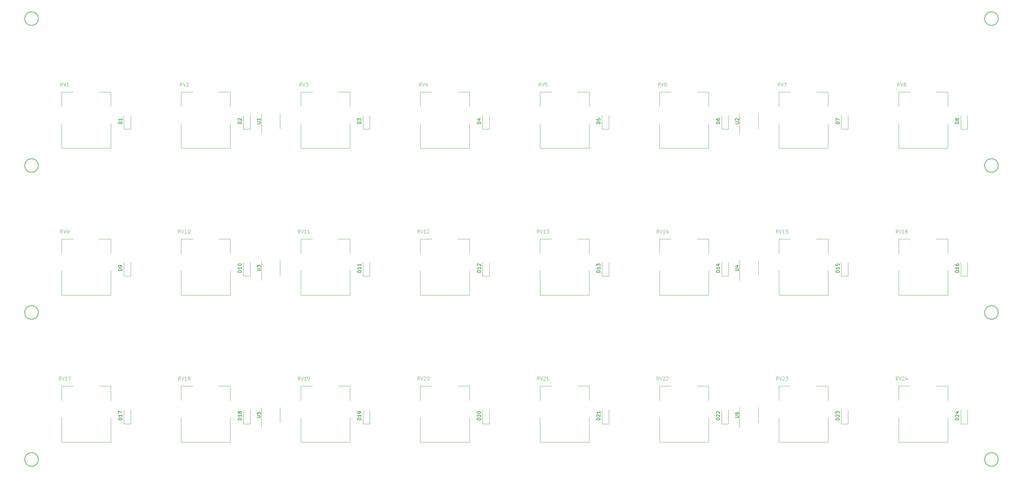
<source format=gbr>
%TF.GenerationSoftware,KiCad,Pcbnew,7.0.7*%
%TF.CreationDate,2024-03-28T21:46:40-04:00*%
%TF.ProjectId,midi-controller_pot-board_teensy,6d696469-2d63-46f6-9e74-726f6c6c6572,rev?*%
%TF.SameCoordinates,Original*%
%TF.FileFunction,Legend,Top*%
%TF.FilePolarity,Positive*%
%FSLAX46Y46*%
G04 Gerber Fmt 4.6, Leading zero omitted, Abs format (unit mm)*
G04 Created by KiCad (PCBNEW 7.0.7) date 2024-03-28 21:46:40*
%MOMM*%
%LPD*%
G01*
G04 APERTURE LIST*
%ADD10C,0.100000*%
%ADD11C,0.150000*%
%ADD12C,0.120000*%
%ADD13C,0.203200*%
G04 APERTURE END LIST*
D10*
X351252761Y-118331419D02*
X350919428Y-117855228D01*
X350681333Y-118331419D02*
X350681333Y-117331419D01*
X350681333Y-117331419D02*
X351062285Y-117331419D01*
X351062285Y-117331419D02*
X351157523Y-117379038D01*
X351157523Y-117379038D02*
X351205142Y-117426657D01*
X351205142Y-117426657D02*
X351252761Y-117521895D01*
X351252761Y-117521895D02*
X351252761Y-117664752D01*
X351252761Y-117664752D02*
X351205142Y-117759990D01*
X351205142Y-117759990D02*
X351157523Y-117807609D01*
X351157523Y-117807609D02*
X351062285Y-117855228D01*
X351062285Y-117855228D02*
X350681333Y-117855228D01*
X351538476Y-117331419D02*
X351871809Y-118331419D01*
X351871809Y-118331419D02*
X352205142Y-117331419D01*
X352681333Y-117759990D02*
X352586095Y-117712371D01*
X352586095Y-117712371D02*
X352538476Y-117664752D01*
X352538476Y-117664752D02*
X352490857Y-117569514D01*
X352490857Y-117569514D02*
X352490857Y-117521895D01*
X352490857Y-117521895D02*
X352538476Y-117426657D01*
X352538476Y-117426657D02*
X352586095Y-117379038D01*
X352586095Y-117379038D02*
X352681333Y-117331419D01*
X352681333Y-117331419D02*
X352871809Y-117331419D01*
X352871809Y-117331419D02*
X352967047Y-117379038D01*
X352967047Y-117379038D02*
X353014666Y-117426657D01*
X353014666Y-117426657D02*
X353062285Y-117521895D01*
X353062285Y-117521895D02*
X353062285Y-117569514D01*
X353062285Y-117569514D02*
X353014666Y-117664752D01*
X353014666Y-117664752D02*
X352967047Y-117712371D01*
X352967047Y-117712371D02*
X352871809Y-117759990D01*
X352871809Y-117759990D02*
X352681333Y-117759990D01*
X352681333Y-117759990D02*
X352586095Y-117807609D01*
X352586095Y-117807609D02*
X352538476Y-117855228D01*
X352538476Y-117855228D02*
X352490857Y-117950466D01*
X352490857Y-117950466D02*
X352490857Y-118140942D01*
X352490857Y-118140942D02*
X352538476Y-118236180D01*
X352538476Y-118236180D02*
X352586095Y-118283800D01*
X352586095Y-118283800D02*
X352681333Y-118331419D01*
X352681333Y-118331419D02*
X352871809Y-118331419D01*
X352871809Y-118331419D02*
X352967047Y-118283800D01*
X352967047Y-118283800D02*
X353014666Y-118236180D01*
X353014666Y-118236180D02*
X353062285Y-118140942D01*
X353062285Y-118140942D02*
X353062285Y-117950466D01*
X353062285Y-117950466D02*
X353014666Y-117855228D01*
X353014666Y-117855228D02*
X352967047Y-117807609D01*
X352967047Y-117807609D02*
X352871809Y-117759990D01*
X350776571Y-161331419D02*
X350443238Y-160855228D01*
X350205143Y-161331419D02*
X350205143Y-160331419D01*
X350205143Y-160331419D02*
X350586095Y-160331419D01*
X350586095Y-160331419D02*
X350681333Y-160379038D01*
X350681333Y-160379038D02*
X350728952Y-160426657D01*
X350728952Y-160426657D02*
X350776571Y-160521895D01*
X350776571Y-160521895D02*
X350776571Y-160664752D01*
X350776571Y-160664752D02*
X350728952Y-160759990D01*
X350728952Y-160759990D02*
X350681333Y-160807609D01*
X350681333Y-160807609D02*
X350586095Y-160855228D01*
X350586095Y-160855228D02*
X350205143Y-160855228D01*
X351062286Y-160331419D02*
X351395619Y-161331419D01*
X351395619Y-161331419D02*
X351728952Y-160331419D01*
X352586095Y-161331419D02*
X352014667Y-161331419D01*
X352300381Y-161331419D02*
X352300381Y-160331419D01*
X352300381Y-160331419D02*
X352205143Y-160474276D01*
X352205143Y-160474276D02*
X352109905Y-160569514D01*
X352109905Y-160569514D02*
X352014667Y-160617133D01*
X353443238Y-160331419D02*
X353252762Y-160331419D01*
X353252762Y-160331419D02*
X353157524Y-160379038D01*
X353157524Y-160379038D02*
X353109905Y-160426657D01*
X353109905Y-160426657D02*
X353014667Y-160569514D01*
X353014667Y-160569514D02*
X352967048Y-160759990D01*
X352967048Y-160759990D02*
X352967048Y-161140942D01*
X352967048Y-161140942D02*
X353014667Y-161236180D01*
X353014667Y-161236180D02*
X353062286Y-161283800D01*
X353062286Y-161283800D02*
X353157524Y-161331419D01*
X353157524Y-161331419D02*
X353348000Y-161331419D01*
X353348000Y-161331419D02*
X353443238Y-161283800D01*
X353443238Y-161283800D02*
X353490857Y-161236180D01*
X353490857Y-161236180D02*
X353538476Y-161140942D01*
X353538476Y-161140942D02*
X353538476Y-160902847D01*
X353538476Y-160902847D02*
X353490857Y-160807609D01*
X353490857Y-160807609D02*
X353443238Y-160759990D01*
X353443238Y-160759990D02*
X353348000Y-160712371D01*
X353348000Y-160712371D02*
X353157524Y-160712371D01*
X353157524Y-160712371D02*
X353062286Y-160759990D01*
X353062286Y-160759990D02*
X353014667Y-160807609D01*
X353014667Y-160807609D02*
X352967048Y-160902847D01*
D11*
X263632819Y-129292094D02*
X262632819Y-129292094D01*
X262632819Y-129292094D02*
X262632819Y-129053999D01*
X262632819Y-129053999D02*
X262680438Y-128911142D01*
X262680438Y-128911142D02*
X262775676Y-128815904D01*
X262775676Y-128815904D02*
X262870914Y-128768285D01*
X262870914Y-128768285D02*
X263061390Y-128720666D01*
X263061390Y-128720666D02*
X263204247Y-128720666D01*
X263204247Y-128720666D02*
X263394723Y-128768285D01*
X263394723Y-128768285D02*
X263489961Y-128815904D01*
X263489961Y-128815904D02*
X263585200Y-128911142D01*
X263585200Y-128911142D02*
X263632819Y-129053999D01*
X263632819Y-129053999D02*
X263632819Y-129292094D01*
X262632819Y-127815904D02*
X262632819Y-128292094D01*
X262632819Y-128292094D02*
X263109009Y-128339713D01*
X263109009Y-128339713D02*
X263061390Y-128292094D01*
X263061390Y-128292094D02*
X263013771Y-128196856D01*
X263013771Y-128196856D02*
X263013771Y-127958761D01*
X263013771Y-127958761D02*
X263061390Y-127863523D01*
X263061390Y-127863523D02*
X263109009Y-127815904D01*
X263109009Y-127815904D02*
X263204247Y-127768285D01*
X263204247Y-127768285D02*
X263442342Y-127768285D01*
X263442342Y-127768285D02*
X263537580Y-127815904D01*
X263537580Y-127815904D02*
X263585200Y-127863523D01*
X263585200Y-127863523D02*
X263632819Y-127958761D01*
X263632819Y-127958761D02*
X263632819Y-128196856D01*
X263632819Y-128196856D02*
X263585200Y-128292094D01*
X263585200Y-128292094D02*
X263537580Y-128339713D01*
X163182819Y-129315904D02*
X163992342Y-129315904D01*
X163992342Y-129315904D02*
X164087580Y-129268285D01*
X164087580Y-129268285D02*
X164135200Y-129220666D01*
X164135200Y-129220666D02*
X164182819Y-129125428D01*
X164182819Y-129125428D02*
X164182819Y-128934952D01*
X164182819Y-128934952D02*
X164135200Y-128839714D01*
X164135200Y-128839714D02*
X164087580Y-128792095D01*
X164087580Y-128792095D02*
X163992342Y-128744476D01*
X163992342Y-128744476D02*
X163182819Y-128744476D01*
X164182819Y-127744476D02*
X164182819Y-128315904D01*
X164182819Y-128030190D02*
X163182819Y-128030190D01*
X163182819Y-128030190D02*
X163325676Y-128125428D01*
X163325676Y-128125428D02*
X163420914Y-128220666D01*
X163420914Y-128220666D02*
X163468533Y-128315904D01*
D10*
X350776571Y-204331419D02*
X350443238Y-203855228D01*
X350205143Y-204331419D02*
X350205143Y-203331419D01*
X350205143Y-203331419D02*
X350586095Y-203331419D01*
X350586095Y-203331419D02*
X350681333Y-203379038D01*
X350681333Y-203379038D02*
X350728952Y-203426657D01*
X350728952Y-203426657D02*
X350776571Y-203521895D01*
X350776571Y-203521895D02*
X350776571Y-203664752D01*
X350776571Y-203664752D02*
X350728952Y-203759990D01*
X350728952Y-203759990D02*
X350681333Y-203807609D01*
X350681333Y-203807609D02*
X350586095Y-203855228D01*
X350586095Y-203855228D02*
X350205143Y-203855228D01*
X351062286Y-203331419D02*
X351395619Y-204331419D01*
X351395619Y-204331419D02*
X351728952Y-203331419D01*
X352014667Y-203426657D02*
X352062286Y-203379038D01*
X352062286Y-203379038D02*
X352157524Y-203331419D01*
X352157524Y-203331419D02*
X352395619Y-203331419D01*
X352395619Y-203331419D02*
X352490857Y-203379038D01*
X352490857Y-203379038D02*
X352538476Y-203426657D01*
X352538476Y-203426657D02*
X352586095Y-203521895D01*
X352586095Y-203521895D02*
X352586095Y-203617133D01*
X352586095Y-203617133D02*
X352538476Y-203759990D01*
X352538476Y-203759990D02*
X351967048Y-204331419D01*
X351967048Y-204331419D02*
X352586095Y-204331419D01*
X353443238Y-203664752D02*
X353443238Y-204331419D01*
X353205143Y-203283800D02*
X352967048Y-203998085D01*
X352967048Y-203998085D02*
X353586095Y-203998085D01*
X141252761Y-118331419D02*
X140919428Y-117855228D01*
X140681333Y-118331419D02*
X140681333Y-117331419D01*
X140681333Y-117331419D02*
X141062285Y-117331419D01*
X141062285Y-117331419D02*
X141157523Y-117379038D01*
X141157523Y-117379038D02*
X141205142Y-117426657D01*
X141205142Y-117426657D02*
X141252761Y-117521895D01*
X141252761Y-117521895D02*
X141252761Y-117664752D01*
X141252761Y-117664752D02*
X141205142Y-117759990D01*
X141205142Y-117759990D02*
X141157523Y-117807609D01*
X141157523Y-117807609D02*
X141062285Y-117855228D01*
X141062285Y-117855228D02*
X140681333Y-117855228D01*
X141538476Y-117331419D02*
X141871809Y-118331419D01*
X141871809Y-118331419D02*
X142205142Y-117331419D01*
X142490857Y-117426657D02*
X142538476Y-117379038D01*
X142538476Y-117379038D02*
X142633714Y-117331419D01*
X142633714Y-117331419D02*
X142871809Y-117331419D01*
X142871809Y-117331419D02*
X142967047Y-117379038D01*
X142967047Y-117379038D02*
X143014666Y-117426657D01*
X143014666Y-117426657D02*
X143062285Y-117521895D01*
X143062285Y-117521895D02*
X143062285Y-117617133D01*
X143062285Y-117617133D02*
X143014666Y-117759990D01*
X143014666Y-117759990D02*
X142443238Y-118331419D01*
X142443238Y-118331419D02*
X143062285Y-118331419D01*
D11*
X368632819Y-129292094D02*
X367632819Y-129292094D01*
X367632819Y-129292094D02*
X367632819Y-129053999D01*
X367632819Y-129053999D02*
X367680438Y-128911142D01*
X367680438Y-128911142D02*
X367775676Y-128815904D01*
X367775676Y-128815904D02*
X367870914Y-128768285D01*
X367870914Y-128768285D02*
X368061390Y-128720666D01*
X368061390Y-128720666D02*
X368204247Y-128720666D01*
X368204247Y-128720666D02*
X368394723Y-128768285D01*
X368394723Y-128768285D02*
X368489961Y-128815904D01*
X368489961Y-128815904D02*
X368585200Y-128911142D01*
X368585200Y-128911142D02*
X368632819Y-129053999D01*
X368632819Y-129053999D02*
X368632819Y-129292094D01*
X368061390Y-128149237D02*
X368013771Y-128244475D01*
X368013771Y-128244475D02*
X367966152Y-128292094D01*
X367966152Y-128292094D02*
X367870914Y-128339713D01*
X367870914Y-128339713D02*
X367823295Y-128339713D01*
X367823295Y-128339713D02*
X367728057Y-128292094D01*
X367728057Y-128292094D02*
X367680438Y-128244475D01*
X367680438Y-128244475D02*
X367632819Y-128149237D01*
X367632819Y-128149237D02*
X367632819Y-127958761D01*
X367632819Y-127958761D02*
X367680438Y-127863523D01*
X367680438Y-127863523D02*
X367728057Y-127815904D01*
X367728057Y-127815904D02*
X367823295Y-127768285D01*
X367823295Y-127768285D02*
X367870914Y-127768285D01*
X367870914Y-127768285D02*
X367966152Y-127815904D01*
X367966152Y-127815904D02*
X368013771Y-127863523D01*
X368013771Y-127863523D02*
X368061390Y-127958761D01*
X368061390Y-127958761D02*
X368061390Y-128149237D01*
X368061390Y-128149237D02*
X368109009Y-128244475D01*
X368109009Y-128244475D02*
X368156628Y-128292094D01*
X368156628Y-128292094D02*
X368251866Y-128339713D01*
X368251866Y-128339713D02*
X368442342Y-128339713D01*
X368442342Y-128339713D02*
X368537580Y-128292094D01*
X368537580Y-128292094D02*
X368585200Y-128244475D01*
X368585200Y-128244475D02*
X368632819Y-128149237D01*
X368632819Y-128149237D02*
X368632819Y-127958761D01*
X368632819Y-127958761D02*
X368585200Y-127863523D01*
X368585200Y-127863523D02*
X368537580Y-127815904D01*
X368537580Y-127815904D02*
X368442342Y-127768285D01*
X368442342Y-127768285D02*
X368251866Y-127768285D01*
X368251866Y-127768285D02*
X368156628Y-127815904D01*
X368156628Y-127815904D02*
X368109009Y-127863523D01*
X368109009Y-127863523D02*
X368061390Y-127958761D01*
D10*
X140776571Y-161331419D02*
X140443238Y-160855228D01*
X140205143Y-161331419D02*
X140205143Y-160331419D01*
X140205143Y-160331419D02*
X140586095Y-160331419D01*
X140586095Y-160331419D02*
X140681333Y-160379038D01*
X140681333Y-160379038D02*
X140728952Y-160426657D01*
X140728952Y-160426657D02*
X140776571Y-160521895D01*
X140776571Y-160521895D02*
X140776571Y-160664752D01*
X140776571Y-160664752D02*
X140728952Y-160759990D01*
X140728952Y-160759990D02*
X140681333Y-160807609D01*
X140681333Y-160807609D02*
X140586095Y-160855228D01*
X140586095Y-160855228D02*
X140205143Y-160855228D01*
X141062286Y-160331419D02*
X141395619Y-161331419D01*
X141395619Y-161331419D02*
X141728952Y-160331419D01*
X142586095Y-161331419D02*
X142014667Y-161331419D01*
X142300381Y-161331419D02*
X142300381Y-160331419D01*
X142300381Y-160331419D02*
X142205143Y-160474276D01*
X142205143Y-160474276D02*
X142109905Y-160569514D01*
X142109905Y-160569514D02*
X142014667Y-160617133D01*
X143205143Y-160331419D02*
X143300381Y-160331419D01*
X143300381Y-160331419D02*
X143395619Y-160379038D01*
X143395619Y-160379038D02*
X143443238Y-160426657D01*
X143443238Y-160426657D02*
X143490857Y-160521895D01*
X143490857Y-160521895D02*
X143538476Y-160712371D01*
X143538476Y-160712371D02*
X143538476Y-160950466D01*
X143538476Y-160950466D02*
X143490857Y-161140942D01*
X143490857Y-161140942D02*
X143443238Y-161236180D01*
X143443238Y-161236180D02*
X143395619Y-161283800D01*
X143395619Y-161283800D02*
X143300381Y-161331419D01*
X143300381Y-161331419D02*
X143205143Y-161331419D01*
X143205143Y-161331419D02*
X143109905Y-161283800D01*
X143109905Y-161283800D02*
X143062286Y-161236180D01*
X143062286Y-161236180D02*
X143014667Y-161140942D01*
X143014667Y-161140942D02*
X142967048Y-160950466D01*
X142967048Y-160950466D02*
X142967048Y-160712371D01*
X142967048Y-160712371D02*
X143014667Y-160521895D01*
X143014667Y-160521895D02*
X143062286Y-160426657D01*
X143062286Y-160426657D02*
X143109905Y-160379038D01*
X143109905Y-160379038D02*
X143205143Y-160331419D01*
X175776571Y-161331419D02*
X175443238Y-160855228D01*
X175205143Y-161331419D02*
X175205143Y-160331419D01*
X175205143Y-160331419D02*
X175586095Y-160331419D01*
X175586095Y-160331419D02*
X175681333Y-160379038D01*
X175681333Y-160379038D02*
X175728952Y-160426657D01*
X175728952Y-160426657D02*
X175776571Y-160521895D01*
X175776571Y-160521895D02*
X175776571Y-160664752D01*
X175776571Y-160664752D02*
X175728952Y-160759990D01*
X175728952Y-160759990D02*
X175681333Y-160807609D01*
X175681333Y-160807609D02*
X175586095Y-160855228D01*
X175586095Y-160855228D02*
X175205143Y-160855228D01*
X176062286Y-160331419D02*
X176395619Y-161331419D01*
X176395619Y-161331419D02*
X176728952Y-160331419D01*
X177586095Y-161331419D02*
X177014667Y-161331419D01*
X177300381Y-161331419D02*
X177300381Y-160331419D01*
X177300381Y-160331419D02*
X177205143Y-160474276D01*
X177205143Y-160474276D02*
X177109905Y-160569514D01*
X177109905Y-160569514D02*
X177014667Y-160617133D01*
X178538476Y-161331419D02*
X177967048Y-161331419D01*
X178252762Y-161331419D02*
X178252762Y-160331419D01*
X178252762Y-160331419D02*
X178157524Y-160474276D01*
X178157524Y-160474276D02*
X178062286Y-160569514D01*
X178062286Y-160569514D02*
X177967048Y-160617133D01*
D11*
X158632819Y-129292094D02*
X157632819Y-129292094D01*
X157632819Y-129292094D02*
X157632819Y-129053999D01*
X157632819Y-129053999D02*
X157680438Y-128911142D01*
X157680438Y-128911142D02*
X157775676Y-128815904D01*
X157775676Y-128815904D02*
X157870914Y-128768285D01*
X157870914Y-128768285D02*
X158061390Y-128720666D01*
X158061390Y-128720666D02*
X158204247Y-128720666D01*
X158204247Y-128720666D02*
X158394723Y-128768285D01*
X158394723Y-128768285D02*
X158489961Y-128815904D01*
X158489961Y-128815904D02*
X158585200Y-128911142D01*
X158585200Y-128911142D02*
X158632819Y-129053999D01*
X158632819Y-129053999D02*
X158632819Y-129292094D01*
X157728057Y-128339713D02*
X157680438Y-128292094D01*
X157680438Y-128292094D02*
X157632819Y-128196856D01*
X157632819Y-128196856D02*
X157632819Y-127958761D01*
X157632819Y-127958761D02*
X157680438Y-127863523D01*
X157680438Y-127863523D02*
X157728057Y-127815904D01*
X157728057Y-127815904D02*
X157823295Y-127768285D01*
X157823295Y-127768285D02*
X157918533Y-127768285D01*
X157918533Y-127768285D02*
X158061390Y-127815904D01*
X158061390Y-127815904D02*
X158632819Y-128387332D01*
X158632819Y-128387332D02*
X158632819Y-127768285D01*
X298632819Y-215978285D02*
X297632819Y-215978285D01*
X297632819Y-215978285D02*
X297632819Y-215740190D01*
X297632819Y-215740190D02*
X297680438Y-215597333D01*
X297680438Y-215597333D02*
X297775676Y-215502095D01*
X297775676Y-215502095D02*
X297870914Y-215454476D01*
X297870914Y-215454476D02*
X298061390Y-215406857D01*
X298061390Y-215406857D02*
X298204247Y-215406857D01*
X298204247Y-215406857D02*
X298394723Y-215454476D01*
X298394723Y-215454476D02*
X298489961Y-215502095D01*
X298489961Y-215502095D02*
X298585200Y-215597333D01*
X298585200Y-215597333D02*
X298632819Y-215740190D01*
X298632819Y-215740190D02*
X298632819Y-215978285D01*
X297728057Y-215025904D02*
X297680438Y-214978285D01*
X297680438Y-214978285D02*
X297632819Y-214883047D01*
X297632819Y-214883047D02*
X297632819Y-214644952D01*
X297632819Y-214644952D02*
X297680438Y-214549714D01*
X297680438Y-214549714D02*
X297728057Y-214502095D01*
X297728057Y-214502095D02*
X297823295Y-214454476D01*
X297823295Y-214454476D02*
X297918533Y-214454476D01*
X297918533Y-214454476D02*
X298061390Y-214502095D01*
X298061390Y-214502095D02*
X298632819Y-215073523D01*
X298632819Y-215073523D02*
X298632819Y-214454476D01*
X297728057Y-214073523D02*
X297680438Y-214025904D01*
X297680438Y-214025904D02*
X297632819Y-213930666D01*
X297632819Y-213930666D02*
X297632819Y-213692571D01*
X297632819Y-213692571D02*
X297680438Y-213597333D01*
X297680438Y-213597333D02*
X297728057Y-213549714D01*
X297728057Y-213549714D02*
X297823295Y-213502095D01*
X297823295Y-213502095D02*
X297918533Y-213502095D01*
X297918533Y-213502095D02*
X298061390Y-213549714D01*
X298061390Y-213549714D02*
X298632819Y-214121142D01*
X298632819Y-214121142D02*
X298632819Y-213502095D01*
D10*
X315776571Y-161331419D02*
X315443238Y-160855228D01*
X315205143Y-161331419D02*
X315205143Y-160331419D01*
X315205143Y-160331419D02*
X315586095Y-160331419D01*
X315586095Y-160331419D02*
X315681333Y-160379038D01*
X315681333Y-160379038D02*
X315728952Y-160426657D01*
X315728952Y-160426657D02*
X315776571Y-160521895D01*
X315776571Y-160521895D02*
X315776571Y-160664752D01*
X315776571Y-160664752D02*
X315728952Y-160759990D01*
X315728952Y-160759990D02*
X315681333Y-160807609D01*
X315681333Y-160807609D02*
X315586095Y-160855228D01*
X315586095Y-160855228D02*
X315205143Y-160855228D01*
X316062286Y-160331419D02*
X316395619Y-161331419D01*
X316395619Y-161331419D02*
X316728952Y-160331419D01*
X317586095Y-161331419D02*
X317014667Y-161331419D01*
X317300381Y-161331419D02*
X317300381Y-160331419D01*
X317300381Y-160331419D02*
X317205143Y-160474276D01*
X317205143Y-160474276D02*
X317109905Y-160569514D01*
X317109905Y-160569514D02*
X317014667Y-160617133D01*
X318490857Y-160331419D02*
X318014667Y-160331419D01*
X318014667Y-160331419D02*
X317967048Y-160807609D01*
X317967048Y-160807609D02*
X318014667Y-160759990D01*
X318014667Y-160759990D02*
X318109905Y-160712371D01*
X318109905Y-160712371D02*
X318348000Y-160712371D01*
X318348000Y-160712371D02*
X318443238Y-160759990D01*
X318443238Y-160759990D02*
X318490857Y-160807609D01*
X318490857Y-160807609D02*
X318538476Y-160902847D01*
X318538476Y-160902847D02*
X318538476Y-161140942D01*
X318538476Y-161140942D02*
X318490857Y-161236180D01*
X318490857Y-161236180D02*
X318443238Y-161283800D01*
X318443238Y-161283800D02*
X318348000Y-161331419D01*
X318348000Y-161331419D02*
X318109905Y-161331419D01*
X318109905Y-161331419D02*
X318014667Y-161283800D01*
X318014667Y-161283800D02*
X317967048Y-161236180D01*
D11*
X123632819Y-215978285D02*
X122632819Y-215978285D01*
X122632819Y-215978285D02*
X122632819Y-215740190D01*
X122632819Y-215740190D02*
X122680438Y-215597333D01*
X122680438Y-215597333D02*
X122775676Y-215502095D01*
X122775676Y-215502095D02*
X122870914Y-215454476D01*
X122870914Y-215454476D02*
X123061390Y-215406857D01*
X123061390Y-215406857D02*
X123204247Y-215406857D01*
X123204247Y-215406857D02*
X123394723Y-215454476D01*
X123394723Y-215454476D02*
X123489961Y-215502095D01*
X123489961Y-215502095D02*
X123585200Y-215597333D01*
X123585200Y-215597333D02*
X123632819Y-215740190D01*
X123632819Y-215740190D02*
X123632819Y-215978285D01*
X123632819Y-214454476D02*
X123632819Y-215025904D01*
X123632819Y-214740190D02*
X122632819Y-214740190D01*
X122632819Y-214740190D02*
X122775676Y-214835428D01*
X122775676Y-214835428D02*
X122870914Y-214930666D01*
X122870914Y-214930666D02*
X122918533Y-215025904D01*
X122632819Y-214121142D02*
X122632819Y-213454476D01*
X122632819Y-213454476D02*
X123632819Y-213883047D01*
D10*
X281252761Y-118331419D02*
X280919428Y-117855228D01*
X280681333Y-118331419D02*
X280681333Y-117331419D01*
X280681333Y-117331419D02*
X281062285Y-117331419D01*
X281062285Y-117331419D02*
X281157523Y-117379038D01*
X281157523Y-117379038D02*
X281205142Y-117426657D01*
X281205142Y-117426657D02*
X281252761Y-117521895D01*
X281252761Y-117521895D02*
X281252761Y-117664752D01*
X281252761Y-117664752D02*
X281205142Y-117759990D01*
X281205142Y-117759990D02*
X281157523Y-117807609D01*
X281157523Y-117807609D02*
X281062285Y-117855228D01*
X281062285Y-117855228D02*
X280681333Y-117855228D01*
X281538476Y-117331419D02*
X281871809Y-118331419D01*
X281871809Y-118331419D02*
X282205142Y-117331419D01*
X282967047Y-117331419D02*
X282776571Y-117331419D01*
X282776571Y-117331419D02*
X282681333Y-117379038D01*
X282681333Y-117379038D02*
X282633714Y-117426657D01*
X282633714Y-117426657D02*
X282538476Y-117569514D01*
X282538476Y-117569514D02*
X282490857Y-117759990D01*
X282490857Y-117759990D02*
X282490857Y-118140942D01*
X282490857Y-118140942D02*
X282538476Y-118236180D01*
X282538476Y-118236180D02*
X282586095Y-118283800D01*
X282586095Y-118283800D02*
X282681333Y-118331419D01*
X282681333Y-118331419D02*
X282871809Y-118331419D01*
X282871809Y-118331419D02*
X282967047Y-118283800D01*
X282967047Y-118283800D02*
X283014666Y-118236180D01*
X283014666Y-118236180D02*
X283062285Y-118140942D01*
X283062285Y-118140942D02*
X283062285Y-117902847D01*
X283062285Y-117902847D02*
X283014666Y-117807609D01*
X283014666Y-117807609D02*
X282967047Y-117759990D01*
X282967047Y-117759990D02*
X282871809Y-117712371D01*
X282871809Y-117712371D02*
X282681333Y-117712371D01*
X282681333Y-117712371D02*
X282586095Y-117759990D01*
X282586095Y-117759990D02*
X282538476Y-117807609D01*
X282538476Y-117807609D02*
X282490857Y-117902847D01*
D11*
X368632819Y-215978285D02*
X367632819Y-215978285D01*
X367632819Y-215978285D02*
X367632819Y-215740190D01*
X367632819Y-215740190D02*
X367680438Y-215597333D01*
X367680438Y-215597333D02*
X367775676Y-215502095D01*
X367775676Y-215502095D02*
X367870914Y-215454476D01*
X367870914Y-215454476D02*
X368061390Y-215406857D01*
X368061390Y-215406857D02*
X368204247Y-215406857D01*
X368204247Y-215406857D02*
X368394723Y-215454476D01*
X368394723Y-215454476D02*
X368489961Y-215502095D01*
X368489961Y-215502095D02*
X368585200Y-215597333D01*
X368585200Y-215597333D02*
X368632819Y-215740190D01*
X368632819Y-215740190D02*
X368632819Y-215978285D01*
X367728057Y-215025904D02*
X367680438Y-214978285D01*
X367680438Y-214978285D02*
X367632819Y-214883047D01*
X367632819Y-214883047D02*
X367632819Y-214644952D01*
X367632819Y-214644952D02*
X367680438Y-214549714D01*
X367680438Y-214549714D02*
X367728057Y-214502095D01*
X367728057Y-214502095D02*
X367823295Y-214454476D01*
X367823295Y-214454476D02*
X367918533Y-214454476D01*
X367918533Y-214454476D02*
X368061390Y-214502095D01*
X368061390Y-214502095D02*
X368632819Y-215073523D01*
X368632819Y-215073523D02*
X368632819Y-214454476D01*
X367966152Y-213597333D02*
X368632819Y-213597333D01*
X367585200Y-213835428D02*
X368299485Y-214073523D01*
X368299485Y-214073523D02*
X368299485Y-213454476D01*
D10*
X245776571Y-204331419D02*
X245443238Y-203855228D01*
X245205143Y-204331419D02*
X245205143Y-203331419D01*
X245205143Y-203331419D02*
X245586095Y-203331419D01*
X245586095Y-203331419D02*
X245681333Y-203379038D01*
X245681333Y-203379038D02*
X245728952Y-203426657D01*
X245728952Y-203426657D02*
X245776571Y-203521895D01*
X245776571Y-203521895D02*
X245776571Y-203664752D01*
X245776571Y-203664752D02*
X245728952Y-203759990D01*
X245728952Y-203759990D02*
X245681333Y-203807609D01*
X245681333Y-203807609D02*
X245586095Y-203855228D01*
X245586095Y-203855228D02*
X245205143Y-203855228D01*
X246062286Y-203331419D02*
X246395619Y-204331419D01*
X246395619Y-204331419D02*
X246728952Y-203331419D01*
X247014667Y-203426657D02*
X247062286Y-203379038D01*
X247062286Y-203379038D02*
X247157524Y-203331419D01*
X247157524Y-203331419D02*
X247395619Y-203331419D01*
X247395619Y-203331419D02*
X247490857Y-203379038D01*
X247490857Y-203379038D02*
X247538476Y-203426657D01*
X247538476Y-203426657D02*
X247586095Y-203521895D01*
X247586095Y-203521895D02*
X247586095Y-203617133D01*
X247586095Y-203617133D02*
X247538476Y-203759990D01*
X247538476Y-203759990D02*
X246967048Y-204331419D01*
X246967048Y-204331419D02*
X247586095Y-204331419D01*
X248538476Y-204331419D02*
X247967048Y-204331419D01*
X248252762Y-204331419D02*
X248252762Y-203331419D01*
X248252762Y-203331419D02*
X248157524Y-203474276D01*
X248157524Y-203474276D02*
X248062286Y-203569514D01*
X248062286Y-203569514D02*
X247967048Y-203617133D01*
D11*
X303182819Y-172315904D02*
X303992342Y-172315904D01*
X303992342Y-172315904D02*
X304087580Y-172268285D01*
X304087580Y-172268285D02*
X304135200Y-172220666D01*
X304135200Y-172220666D02*
X304182819Y-172125428D01*
X304182819Y-172125428D02*
X304182819Y-171934952D01*
X304182819Y-171934952D02*
X304135200Y-171839714D01*
X304135200Y-171839714D02*
X304087580Y-171792095D01*
X304087580Y-171792095D02*
X303992342Y-171744476D01*
X303992342Y-171744476D02*
X303182819Y-171744476D01*
X303516152Y-170839714D02*
X304182819Y-170839714D01*
X303135200Y-171077809D02*
X303849485Y-171315904D01*
X303849485Y-171315904D02*
X303849485Y-170696857D01*
X158632819Y-172768285D02*
X157632819Y-172768285D01*
X157632819Y-172768285D02*
X157632819Y-172530190D01*
X157632819Y-172530190D02*
X157680438Y-172387333D01*
X157680438Y-172387333D02*
X157775676Y-172292095D01*
X157775676Y-172292095D02*
X157870914Y-172244476D01*
X157870914Y-172244476D02*
X158061390Y-172196857D01*
X158061390Y-172196857D02*
X158204247Y-172196857D01*
X158204247Y-172196857D02*
X158394723Y-172244476D01*
X158394723Y-172244476D02*
X158489961Y-172292095D01*
X158489961Y-172292095D02*
X158585200Y-172387333D01*
X158585200Y-172387333D02*
X158632819Y-172530190D01*
X158632819Y-172530190D02*
X158632819Y-172768285D01*
X158632819Y-171244476D02*
X158632819Y-171815904D01*
X158632819Y-171530190D02*
X157632819Y-171530190D01*
X157632819Y-171530190D02*
X157775676Y-171625428D01*
X157775676Y-171625428D02*
X157870914Y-171720666D01*
X157870914Y-171720666D02*
X157918533Y-171815904D01*
X157632819Y-170625428D02*
X157632819Y-170530190D01*
X157632819Y-170530190D02*
X157680438Y-170434952D01*
X157680438Y-170434952D02*
X157728057Y-170387333D01*
X157728057Y-170387333D02*
X157823295Y-170339714D01*
X157823295Y-170339714D02*
X158013771Y-170292095D01*
X158013771Y-170292095D02*
X158251866Y-170292095D01*
X158251866Y-170292095D02*
X158442342Y-170339714D01*
X158442342Y-170339714D02*
X158537580Y-170387333D01*
X158537580Y-170387333D02*
X158585200Y-170434952D01*
X158585200Y-170434952D02*
X158632819Y-170530190D01*
X158632819Y-170530190D02*
X158632819Y-170625428D01*
X158632819Y-170625428D02*
X158585200Y-170720666D01*
X158585200Y-170720666D02*
X158537580Y-170768285D01*
X158537580Y-170768285D02*
X158442342Y-170815904D01*
X158442342Y-170815904D02*
X158251866Y-170863523D01*
X158251866Y-170863523D02*
X158013771Y-170863523D01*
X158013771Y-170863523D02*
X157823295Y-170815904D01*
X157823295Y-170815904D02*
X157728057Y-170768285D01*
X157728057Y-170768285D02*
X157680438Y-170720666D01*
X157680438Y-170720666D02*
X157632819Y-170625428D01*
X298632819Y-129292094D02*
X297632819Y-129292094D01*
X297632819Y-129292094D02*
X297632819Y-129053999D01*
X297632819Y-129053999D02*
X297680438Y-128911142D01*
X297680438Y-128911142D02*
X297775676Y-128815904D01*
X297775676Y-128815904D02*
X297870914Y-128768285D01*
X297870914Y-128768285D02*
X298061390Y-128720666D01*
X298061390Y-128720666D02*
X298204247Y-128720666D01*
X298204247Y-128720666D02*
X298394723Y-128768285D01*
X298394723Y-128768285D02*
X298489961Y-128815904D01*
X298489961Y-128815904D02*
X298585200Y-128911142D01*
X298585200Y-128911142D02*
X298632819Y-129053999D01*
X298632819Y-129053999D02*
X298632819Y-129292094D01*
X297632819Y-127863523D02*
X297632819Y-128053999D01*
X297632819Y-128053999D02*
X297680438Y-128149237D01*
X297680438Y-128149237D02*
X297728057Y-128196856D01*
X297728057Y-128196856D02*
X297870914Y-128292094D01*
X297870914Y-128292094D02*
X298061390Y-128339713D01*
X298061390Y-128339713D02*
X298442342Y-128339713D01*
X298442342Y-128339713D02*
X298537580Y-128292094D01*
X298537580Y-128292094D02*
X298585200Y-128244475D01*
X298585200Y-128244475D02*
X298632819Y-128149237D01*
X298632819Y-128149237D02*
X298632819Y-127958761D01*
X298632819Y-127958761D02*
X298585200Y-127863523D01*
X298585200Y-127863523D02*
X298537580Y-127815904D01*
X298537580Y-127815904D02*
X298442342Y-127768285D01*
X298442342Y-127768285D02*
X298204247Y-127768285D01*
X298204247Y-127768285D02*
X298109009Y-127815904D01*
X298109009Y-127815904D02*
X298061390Y-127863523D01*
X298061390Y-127863523D02*
X298013771Y-127958761D01*
X298013771Y-127958761D02*
X298013771Y-128149237D01*
X298013771Y-128149237D02*
X298061390Y-128244475D01*
X298061390Y-128244475D02*
X298109009Y-128292094D01*
X298109009Y-128292094D02*
X298204247Y-128339713D01*
D10*
X315776571Y-204331419D02*
X315443238Y-203855228D01*
X315205143Y-204331419D02*
X315205143Y-203331419D01*
X315205143Y-203331419D02*
X315586095Y-203331419D01*
X315586095Y-203331419D02*
X315681333Y-203379038D01*
X315681333Y-203379038D02*
X315728952Y-203426657D01*
X315728952Y-203426657D02*
X315776571Y-203521895D01*
X315776571Y-203521895D02*
X315776571Y-203664752D01*
X315776571Y-203664752D02*
X315728952Y-203759990D01*
X315728952Y-203759990D02*
X315681333Y-203807609D01*
X315681333Y-203807609D02*
X315586095Y-203855228D01*
X315586095Y-203855228D02*
X315205143Y-203855228D01*
X316062286Y-203331419D02*
X316395619Y-204331419D01*
X316395619Y-204331419D02*
X316728952Y-203331419D01*
X317014667Y-203426657D02*
X317062286Y-203379038D01*
X317062286Y-203379038D02*
X317157524Y-203331419D01*
X317157524Y-203331419D02*
X317395619Y-203331419D01*
X317395619Y-203331419D02*
X317490857Y-203379038D01*
X317490857Y-203379038D02*
X317538476Y-203426657D01*
X317538476Y-203426657D02*
X317586095Y-203521895D01*
X317586095Y-203521895D02*
X317586095Y-203617133D01*
X317586095Y-203617133D02*
X317538476Y-203759990D01*
X317538476Y-203759990D02*
X316967048Y-204331419D01*
X316967048Y-204331419D02*
X317586095Y-204331419D01*
X317919429Y-203331419D02*
X318538476Y-203331419D01*
X318538476Y-203331419D02*
X318205143Y-203712371D01*
X318205143Y-203712371D02*
X318348000Y-203712371D01*
X318348000Y-203712371D02*
X318443238Y-203759990D01*
X318443238Y-203759990D02*
X318490857Y-203807609D01*
X318490857Y-203807609D02*
X318538476Y-203902847D01*
X318538476Y-203902847D02*
X318538476Y-204140942D01*
X318538476Y-204140942D02*
X318490857Y-204236180D01*
X318490857Y-204236180D02*
X318443238Y-204283800D01*
X318443238Y-204283800D02*
X318348000Y-204331419D01*
X318348000Y-204331419D02*
X318062286Y-204331419D01*
X318062286Y-204331419D02*
X317967048Y-204283800D01*
X317967048Y-204283800D02*
X317919429Y-204236180D01*
X245776571Y-161331419D02*
X245443238Y-160855228D01*
X245205143Y-161331419D02*
X245205143Y-160331419D01*
X245205143Y-160331419D02*
X245586095Y-160331419D01*
X245586095Y-160331419D02*
X245681333Y-160379038D01*
X245681333Y-160379038D02*
X245728952Y-160426657D01*
X245728952Y-160426657D02*
X245776571Y-160521895D01*
X245776571Y-160521895D02*
X245776571Y-160664752D01*
X245776571Y-160664752D02*
X245728952Y-160759990D01*
X245728952Y-160759990D02*
X245681333Y-160807609D01*
X245681333Y-160807609D02*
X245586095Y-160855228D01*
X245586095Y-160855228D02*
X245205143Y-160855228D01*
X246062286Y-160331419D02*
X246395619Y-161331419D01*
X246395619Y-161331419D02*
X246728952Y-160331419D01*
X247586095Y-161331419D02*
X247014667Y-161331419D01*
X247300381Y-161331419D02*
X247300381Y-160331419D01*
X247300381Y-160331419D02*
X247205143Y-160474276D01*
X247205143Y-160474276D02*
X247109905Y-160569514D01*
X247109905Y-160569514D02*
X247014667Y-160617133D01*
X247919429Y-160331419D02*
X248538476Y-160331419D01*
X248538476Y-160331419D02*
X248205143Y-160712371D01*
X248205143Y-160712371D02*
X248348000Y-160712371D01*
X248348000Y-160712371D02*
X248443238Y-160759990D01*
X248443238Y-160759990D02*
X248490857Y-160807609D01*
X248490857Y-160807609D02*
X248538476Y-160902847D01*
X248538476Y-160902847D02*
X248538476Y-161140942D01*
X248538476Y-161140942D02*
X248490857Y-161236180D01*
X248490857Y-161236180D02*
X248443238Y-161283800D01*
X248443238Y-161283800D02*
X248348000Y-161331419D01*
X248348000Y-161331419D02*
X248062286Y-161331419D01*
X248062286Y-161331419D02*
X247967048Y-161283800D01*
X247967048Y-161283800D02*
X247919429Y-161236180D01*
D11*
X228632819Y-172768285D02*
X227632819Y-172768285D01*
X227632819Y-172768285D02*
X227632819Y-172530190D01*
X227632819Y-172530190D02*
X227680438Y-172387333D01*
X227680438Y-172387333D02*
X227775676Y-172292095D01*
X227775676Y-172292095D02*
X227870914Y-172244476D01*
X227870914Y-172244476D02*
X228061390Y-172196857D01*
X228061390Y-172196857D02*
X228204247Y-172196857D01*
X228204247Y-172196857D02*
X228394723Y-172244476D01*
X228394723Y-172244476D02*
X228489961Y-172292095D01*
X228489961Y-172292095D02*
X228585200Y-172387333D01*
X228585200Y-172387333D02*
X228632819Y-172530190D01*
X228632819Y-172530190D02*
X228632819Y-172768285D01*
X228632819Y-171244476D02*
X228632819Y-171815904D01*
X228632819Y-171530190D02*
X227632819Y-171530190D01*
X227632819Y-171530190D02*
X227775676Y-171625428D01*
X227775676Y-171625428D02*
X227870914Y-171720666D01*
X227870914Y-171720666D02*
X227918533Y-171815904D01*
X227728057Y-170863523D02*
X227680438Y-170815904D01*
X227680438Y-170815904D02*
X227632819Y-170720666D01*
X227632819Y-170720666D02*
X227632819Y-170482571D01*
X227632819Y-170482571D02*
X227680438Y-170387333D01*
X227680438Y-170387333D02*
X227728057Y-170339714D01*
X227728057Y-170339714D02*
X227823295Y-170292095D01*
X227823295Y-170292095D02*
X227918533Y-170292095D01*
X227918533Y-170292095D02*
X228061390Y-170339714D01*
X228061390Y-170339714D02*
X228632819Y-170911142D01*
X228632819Y-170911142D02*
X228632819Y-170292095D01*
X333632819Y-172768285D02*
X332632819Y-172768285D01*
X332632819Y-172768285D02*
X332632819Y-172530190D01*
X332632819Y-172530190D02*
X332680438Y-172387333D01*
X332680438Y-172387333D02*
X332775676Y-172292095D01*
X332775676Y-172292095D02*
X332870914Y-172244476D01*
X332870914Y-172244476D02*
X333061390Y-172196857D01*
X333061390Y-172196857D02*
X333204247Y-172196857D01*
X333204247Y-172196857D02*
X333394723Y-172244476D01*
X333394723Y-172244476D02*
X333489961Y-172292095D01*
X333489961Y-172292095D02*
X333585200Y-172387333D01*
X333585200Y-172387333D02*
X333632819Y-172530190D01*
X333632819Y-172530190D02*
X333632819Y-172768285D01*
X333632819Y-171244476D02*
X333632819Y-171815904D01*
X333632819Y-171530190D02*
X332632819Y-171530190D01*
X332632819Y-171530190D02*
X332775676Y-171625428D01*
X332775676Y-171625428D02*
X332870914Y-171720666D01*
X332870914Y-171720666D02*
X332918533Y-171815904D01*
X332632819Y-170339714D02*
X332632819Y-170815904D01*
X332632819Y-170815904D02*
X333109009Y-170863523D01*
X333109009Y-170863523D02*
X333061390Y-170815904D01*
X333061390Y-170815904D02*
X333013771Y-170720666D01*
X333013771Y-170720666D02*
X333013771Y-170482571D01*
X333013771Y-170482571D02*
X333061390Y-170387333D01*
X333061390Y-170387333D02*
X333109009Y-170339714D01*
X333109009Y-170339714D02*
X333204247Y-170292095D01*
X333204247Y-170292095D02*
X333442342Y-170292095D01*
X333442342Y-170292095D02*
X333537580Y-170339714D01*
X333537580Y-170339714D02*
X333585200Y-170387333D01*
X333585200Y-170387333D02*
X333632819Y-170482571D01*
X333632819Y-170482571D02*
X333632819Y-170720666D01*
X333632819Y-170720666D02*
X333585200Y-170815904D01*
X333585200Y-170815904D02*
X333537580Y-170863523D01*
D10*
X176252761Y-118331419D02*
X175919428Y-117855228D01*
X175681333Y-118331419D02*
X175681333Y-117331419D01*
X175681333Y-117331419D02*
X176062285Y-117331419D01*
X176062285Y-117331419D02*
X176157523Y-117379038D01*
X176157523Y-117379038D02*
X176205142Y-117426657D01*
X176205142Y-117426657D02*
X176252761Y-117521895D01*
X176252761Y-117521895D02*
X176252761Y-117664752D01*
X176252761Y-117664752D02*
X176205142Y-117759990D01*
X176205142Y-117759990D02*
X176157523Y-117807609D01*
X176157523Y-117807609D02*
X176062285Y-117855228D01*
X176062285Y-117855228D02*
X175681333Y-117855228D01*
X176538476Y-117331419D02*
X176871809Y-118331419D01*
X176871809Y-118331419D02*
X177205142Y-117331419D01*
X177443238Y-117331419D02*
X178062285Y-117331419D01*
X178062285Y-117331419D02*
X177728952Y-117712371D01*
X177728952Y-117712371D02*
X177871809Y-117712371D01*
X177871809Y-117712371D02*
X177967047Y-117759990D01*
X177967047Y-117759990D02*
X178014666Y-117807609D01*
X178014666Y-117807609D02*
X178062285Y-117902847D01*
X178062285Y-117902847D02*
X178062285Y-118140942D01*
X178062285Y-118140942D02*
X178014666Y-118236180D01*
X178014666Y-118236180D02*
X177967047Y-118283800D01*
X177967047Y-118283800D02*
X177871809Y-118331419D01*
X177871809Y-118331419D02*
X177586095Y-118331419D01*
X177586095Y-118331419D02*
X177490857Y-118283800D01*
X177490857Y-118283800D02*
X177443238Y-118236180D01*
X106252761Y-118331419D02*
X105919428Y-117855228D01*
X105681333Y-118331419D02*
X105681333Y-117331419D01*
X105681333Y-117331419D02*
X106062285Y-117331419D01*
X106062285Y-117331419D02*
X106157523Y-117379038D01*
X106157523Y-117379038D02*
X106205142Y-117426657D01*
X106205142Y-117426657D02*
X106252761Y-117521895D01*
X106252761Y-117521895D02*
X106252761Y-117664752D01*
X106252761Y-117664752D02*
X106205142Y-117759990D01*
X106205142Y-117759990D02*
X106157523Y-117807609D01*
X106157523Y-117807609D02*
X106062285Y-117855228D01*
X106062285Y-117855228D02*
X105681333Y-117855228D01*
X106538476Y-117331419D02*
X106871809Y-118331419D01*
X106871809Y-118331419D02*
X107205142Y-117331419D01*
X108062285Y-118331419D02*
X107490857Y-118331419D01*
X107776571Y-118331419D02*
X107776571Y-117331419D01*
X107776571Y-117331419D02*
X107681333Y-117474276D01*
X107681333Y-117474276D02*
X107586095Y-117569514D01*
X107586095Y-117569514D02*
X107490857Y-117617133D01*
D11*
X228632819Y-129292094D02*
X227632819Y-129292094D01*
X227632819Y-129292094D02*
X227632819Y-129053999D01*
X227632819Y-129053999D02*
X227680438Y-128911142D01*
X227680438Y-128911142D02*
X227775676Y-128815904D01*
X227775676Y-128815904D02*
X227870914Y-128768285D01*
X227870914Y-128768285D02*
X228061390Y-128720666D01*
X228061390Y-128720666D02*
X228204247Y-128720666D01*
X228204247Y-128720666D02*
X228394723Y-128768285D01*
X228394723Y-128768285D02*
X228489961Y-128815904D01*
X228489961Y-128815904D02*
X228585200Y-128911142D01*
X228585200Y-128911142D02*
X228632819Y-129053999D01*
X228632819Y-129053999D02*
X228632819Y-129292094D01*
X227966152Y-127863523D02*
X228632819Y-127863523D01*
X227585200Y-128101618D02*
X228299485Y-128339713D01*
X228299485Y-128339713D02*
X228299485Y-127720666D01*
X263632819Y-172768285D02*
X262632819Y-172768285D01*
X262632819Y-172768285D02*
X262632819Y-172530190D01*
X262632819Y-172530190D02*
X262680438Y-172387333D01*
X262680438Y-172387333D02*
X262775676Y-172292095D01*
X262775676Y-172292095D02*
X262870914Y-172244476D01*
X262870914Y-172244476D02*
X263061390Y-172196857D01*
X263061390Y-172196857D02*
X263204247Y-172196857D01*
X263204247Y-172196857D02*
X263394723Y-172244476D01*
X263394723Y-172244476D02*
X263489961Y-172292095D01*
X263489961Y-172292095D02*
X263585200Y-172387333D01*
X263585200Y-172387333D02*
X263632819Y-172530190D01*
X263632819Y-172530190D02*
X263632819Y-172768285D01*
X263632819Y-171244476D02*
X263632819Y-171815904D01*
X263632819Y-171530190D02*
X262632819Y-171530190D01*
X262632819Y-171530190D02*
X262775676Y-171625428D01*
X262775676Y-171625428D02*
X262870914Y-171720666D01*
X262870914Y-171720666D02*
X262918533Y-171815904D01*
X262632819Y-170911142D02*
X262632819Y-170292095D01*
X262632819Y-170292095D02*
X263013771Y-170625428D01*
X263013771Y-170625428D02*
X263013771Y-170482571D01*
X263013771Y-170482571D02*
X263061390Y-170387333D01*
X263061390Y-170387333D02*
X263109009Y-170339714D01*
X263109009Y-170339714D02*
X263204247Y-170292095D01*
X263204247Y-170292095D02*
X263442342Y-170292095D01*
X263442342Y-170292095D02*
X263537580Y-170339714D01*
X263537580Y-170339714D02*
X263585200Y-170387333D01*
X263585200Y-170387333D02*
X263632819Y-170482571D01*
X263632819Y-170482571D02*
X263632819Y-170768285D01*
X263632819Y-170768285D02*
X263585200Y-170863523D01*
X263585200Y-170863523D02*
X263537580Y-170911142D01*
D10*
X106252761Y-161331419D02*
X105919428Y-160855228D01*
X105681333Y-161331419D02*
X105681333Y-160331419D01*
X105681333Y-160331419D02*
X106062285Y-160331419D01*
X106062285Y-160331419D02*
X106157523Y-160379038D01*
X106157523Y-160379038D02*
X106205142Y-160426657D01*
X106205142Y-160426657D02*
X106252761Y-160521895D01*
X106252761Y-160521895D02*
X106252761Y-160664752D01*
X106252761Y-160664752D02*
X106205142Y-160759990D01*
X106205142Y-160759990D02*
X106157523Y-160807609D01*
X106157523Y-160807609D02*
X106062285Y-160855228D01*
X106062285Y-160855228D02*
X105681333Y-160855228D01*
X106538476Y-160331419D02*
X106871809Y-161331419D01*
X106871809Y-161331419D02*
X107205142Y-160331419D01*
X107586095Y-161331419D02*
X107776571Y-161331419D01*
X107776571Y-161331419D02*
X107871809Y-161283800D01*
X107871809Y-161283800D02*
X107919428Y-161236180D01*
X107919428Y-161236180D02*
X108014666Y-161093323D01*
X108014666Y-161093323D02*
X108062285Y-160902847D01*
X108062285Y-160902847D02*
X108062285Y-160521895D01*
X108062285Y-160521895D02*
X108014666Y-160426657D01*
X108014666Y-160426657D02*
X107967047Y-160379038D01*
X107967047Y-160379038D02*
X107871809Y-160331419D01*
X107871809Y-160331419D02*
X107681333Y-160331419D01*
X107681333Y-160331419D02*
X107586095Y-160379038D01*
X107586095Y-160379038D02*
X107538476Y-160426657D01*
X107538476Y-160426657D02*
X107490857Y-160521895D01*
X107490857Y-160521895D02*
X107490857Y-160759990D01*
X107490857Y-160759990D02*
X107538476Y-160855228D01*
X107538476Y-160855228D02*
X107586095Y-160902847D01*
X107586095Y-160902847D02*
X107681333Y-160950466D01*
X107681333Y-160950466D02*
X107871809Y-160950466D01*
X107871809Y-160950466D02*
X107967047Y-160902847D01*
X107967047Y-160902847D02*
X108014666Y-160855228D01*
X108014666Y-160855228D02*
X108062285Y-160759990D01*
X280776571Y-161331419D02*
X280443238Y-160855228D01*
X280205143Y-161331419D02*
X280205143Y-160331419D01*
X280205143Y-160331419D02*
X280586095Y-160331419D01*
X280586095Y-160331419D02*
X280681333Y-160379038D01*
X280681333Y-160379038D02*
X280728952Y-160426657D01*
X280728952Y-160426657D02*
X280776571Y-160521895D01*
X280776571Y-160521895D02*
X280776571Y-160664752D01*
X280776571Y-160664752D02*
X280728952Y-160759990D01*
X280728952Y-160759990D02*
X280681333Y-160807609D01*
X280681333Y-160807609D02*
X280586095Y-160855228D01*
X280586095Y-160855228D02*
X280205143Y-160855228D01*
X281062286Y-160331419D02*
X281395619Y-161331419D01*
X281395619Y-161331419D02*
X281728952Y-160331419D01*
X282586095Y-161331419D02*
X282014667Y-161331419D01*
X282300381Y-161331419D02*
X282300381Y-160331419D01*
X282300381Y-160331419D02*
X282205143Y-160474276D01*
X282205143Y-160474276D02*
X282109905Y-160569514D01*
X282109905Y-160569514D02*
X282014667Y-160617133D01*
X283443238Y-160664752D02*
X283443238Y-161331419D01*
X283205143Y-160283800D02*
X282967048Y-160998085D01*
X282967048Y-160998085D02*
X283586095Y-160998085D01*
D11*
X158632819Y-215978285D02*
X157632819Y-215978285D01*
X157632819Y-215978285D02*
X157632819Y-215740190D01*
X157632819Y-215740190D02*
X157680438Y-215597333D01*
X157680438Y-215597333D02*
X157775676Y-215502095D01*
X157775676Y-215502095D02*
X157870914Y-215454476D01*
X157870914Y-215454476D02*
X158061390Y-215406857D01*
X158061390Y-215406857D02*
X158204247Y-215406857D01*
X158204247Y-215406857D02*
X158394723Y-215454476D01*
X158394723Y-215454476D02*
X158489961Y-215502095D01*
X158489961Y-215502095D02*
X158585200Y-215597333D01*
X158585200Y-215597333D02*
X158632819Y-215740190D01*
X158632819Y-215740190D02*
X158632819Y-215978285D01*
X158632819Y-214454476D02*
X158632819Y-215025904D01*
X158632819Y-214740190D02*
X157632819Y-214740190D01*
X157632819Y-214740190D02*
X157775676Y-214835428D01*
X157775676Y-214835428D02*
X157870914Y-214930666D01*
X157870914Y-214930666D02*
X157918533Y-215025904D01*
X158061390Y-213883047D02*
X158013771Y-213978285D01*
X158013771Y-213978285D02*
X157966152Y-214025904D01*
X157966152Y-214025904D02*
X157870914Y-214073523D01*
X157870914Y-214073523D02*
X157823295Y-214073523D01*
X157823295Y-214073523D02*
X157728057Y-214025904D01*
X157728057Y-214025904D02*
X157680438Y-213978285D01*
X157680438Y-213978285D02*
X157632819Y-213883047D01*
X157632819Y-213883047D02*
X157632819Y-213692571D01*
X157632819Y-213692571D02*
X157680438Y-213597333D01*
X157680438Y-213597333D02*
X157728057Y-213549714D01*
X157728057Y-213549714D02*
X157823295Y-213502095D01*
X157823295Y-213502095D02*
X157870914Y-213502095D01*
X157870914Y-213502095D02*
X157966152Y-213549714D01*
X157966152Y-213549714D02*
X158013771Y-213597333D01*
X158013771Y-213597333D02*
X158061390Y-213692571D01*
X158061390Y-213692571D02*
X158061390Y-213883047D01*
X158061390Y-213883047D02*
X158109009Y-213978285D01*
X158109009Y-213978285D02*
X158156628Y-214025904D01*
X158156628Y-214025904D02*
X158251866Y-214073523D01*
X158251866Y-214073523D02*
X158442342Y-214073523D01*
X158442342Y-214073523D02*
X158537580Y-214025904D01*
X158537580Y-214025904D02*
X158585200Y-213978285D01*
X158585200Y-213978285D02*
X158632819Y-213883047D01*
X158632819Y-213883047D02*
X158632819Y-213692571D01*
X158632819Y-213692571D02*
X158585200Y-213597333D01*
X158585200Y-213597333D02*
X158537580Y-213549714D01*
X158537580Y-213549714D02*
X158442342Y-213502095D01*
X158442342Y-213502095D02*
X158251866Y-213502095D01*
X158251866Y-213502095D02*
X158156628Y-213549714D01*
X158156628Y-213549714D02*
X158109009Y-213597333D01*
X158109009Y-213597333D02*
X158061390Y-213692571D01*
D10*
X316252761Y-118331419D02*
X315919428Y-117855228D01*
X315681333Y-118331419D02*
X315681333Y-117331419D01*
X315681333Y-117331419D02*
X316062285Y-117331419D01*
X316062285Y-117331419D02*
X316157523Y-117379038D01*
X316157523Y-117379038D02*
X316205142Y-117426657D01*
X316205142Y-117426657D02*
X316252761Y-117521895D01*
X316252761Y-117521895D02*
X316252761Y-117664752D01*
X316252761Y-117664752D02*
X316205142Y-117759990D01*
X316205142Y-117759990D02*
X316157523Y-117807609D01*
X316157523Y-117807609D02*
X316062285Y-117855228D01*
X316062285Y-117855228D02*
X315681333Y-117855228D01*
X316538476Y-117331419D02*
X316871809Y-118331419D01*
X316871809Y-118331419D02*
X317205142Y-117331419D01*
X317443238Y-117331419D02*
X318109904Y-117331419D01*
X318109904Y-117331419D02*
X317681333Y-118331419D01*
D11*
X368632819Y-172768285D02*
X367632819Y-172768285D01*
X367632819Y-172768285D02*
X367632819Y-172530190D01*
X367632819Y-172530190D02*
X367680438Y-172387333D01*
X367680438Y-172387333D02*
X367775676Y-172292095D01*
X367775676Y-172292095D02*
X367870914Y-172244476D01*
X367870914Y-172244476D02*
X368061390Y-172196857D01*
X368061390Y-172196857D02*
X368204247Y-172196857D01*
X368204247Y-172196857D02*
X368394723Y-172244476D01*
X368394723Y-172244476D02*
X368489961Y-172292095D01*
X368489961Y-172292095D02*
X368585200Y-172387333D01*
X368585200Y-172387333D02*
X368632819Y-172530190D01*
X368632819Y-172530190D02*
X368632819Y-172768285D01*
X368632819Y-171244476D02*
X368632819Y-171815904D01*
X368632819Y-171530190D02*
X367632819Y-171530190D01*
X367632819Y-171530190D02*
X367775676Y-171625428D01*
X367775676Y-171625428D02*
X367870914Y-171720666D01*
X367870914Y-171720666D02*
X367918533Y-171815904D01*
X367632819Y-170387333D02*
X367632819Y-170577809D01*
X367632819Y-170577809D02*
X367680438Y-170673047D01*
X367680438Y-170673047D02*
X367728057Y-170720666D01*
X367728057Y-170720666D02*
X367870914Y-170815904D01*
X367870914Y-170815904D02*
X368061390Y-170863523D01*
X368061390Y-170863523D02*
X368442342Y-170863523D01*
X368442342Y-170863523D02*
X368537580Y-170815904D01*
X368537580Y-170815904D02*
X368585200Y-170768285D01*
X368585200Y-170768285D02*
X368632819Y-170673047D01*
X368632819Y-170673047D02*
X368632819Y-170482571D01*
X368632819Y-170482571D02*
X368585200Y-170387333D01*
X368585200Y-170387333D02*
X368537580Y-170339714D01*
X368537580Y-170339714D02*
X368442342Y-170292095D01*
X368442342Y-170292095D02*
X368204247Y-170292095D01*
X368204247Y-170292095D02*
X368109009Y-170339714D01*
X368109009Y-170339714D02*
X368061390Y-170387333D01*
X368061390Y-170387333D02*
X368013771Y-170482571D01*
X368013771Y-170482571D02*
X368013771Y-170673047D01*
X368013771Y-170673047D02*
X368061390Y-170768285D01*
X368061390Y-170768285D02*
X368109009Y-170815904D01*
X368109009Y-170815904D02*
X368204247Y-170863523D01*
D10*
X210776571Y-204331419D02*
X210443238Y-203855228D01*
X210205143Y-204331419D02*
X210205143Y-203331419D01*
X210205143Y-203331419D02*
X210586095Y-203331419D01*
X210586095Y-203331419D02*
X210681333Y-203379038D01*
X210681333Y-203379038D02*
X210728952Y-203426657D01*
X210728952Y-203426657D02*
X210776571Y-203521895D01*
X210776571Y-203521895D02*
X210776571Y-203664752D01*
X210776571Y-203664752D02*
X210728952Y-203759990D01*
X210728952Y-203759990D02*
X210681333Y-203807609D01*
X210681333Y-203807609D02*
X210586095Y-203855228D01*
X210586095Y-203855228D02*
X210205143Y-203855228D01*
X211062286Y-203331419D02*
X211395619Y-204331419D01*
X211395619Y-204331419D02*
X211728952Y-203331419D01*
X212014667Y-203426657D02*
X212062286Y-203379038D01*
X212062286Y-203379038D02*
X212157524Y-203331419D01*
X212157524Y-203331419D02*
X212395619Y-203331419D01*
X212395619Y-203331419D02*
X212490857Y-203379038D01*
X212490857Y-203379038D02*
X212538476Y-203426657D01*
X212538476Y-203426657D02*
X212586095Y-203521895D01*
X212586095Y-203521895D02*
X212586095Y-203617133D01*
X212586095Y-203617133D02*
X212538476Y-203759990D01*
X212538476Y-203759990D02*
X211967048Y-204331419D01*
X211967048Y-204331419D02*
X212586095Y-204331419D01*
X213205143Y-203331419D02*
X213300381Y-203331419D01*
X213300381Y-203331419D02*
X213395619Y-203379038D01*
X213395619Y-203379038D02*
X213443238Y-203426657D01*
X213443238Y-203426657D02*
X213490857Y-203521895D01*
X213490857Y-203521895D02*
X213538476Y-203712371D01*
X213538476Y-203712371D02*
X213538476Y-203950466D01*
X213538476Y-203950466D02*
X213490857Y-204140942D01*
X213490857Y-204140942D02*
X213443238Y-204236180D01*
X213443238Y-204236180D02*
X213395619Y-204283800D01*
X213395619Y-204283800D02*
X213300381Y-204331419D01*
X213300381Y-204331419D02*
X213205143Y-204331419D01*
X213205143Y-204331419D02*
X213109905Y-204283800D01*
X213109905Y-204283800D02*
X213062286Y-204236180D01*
X213062286Y-204236180D02*
X213014667Y-204140942D01*
X213014667Y-204140942D02*
X212967048Y-203950466D01*
X212967048Y-203950466D02*
X212967048Y-203712371D01*
X212967048Y-203712371D02*
X213014667Y-203521895D01*
X213014667Y-203521895D02*
X213062286Y-203426657D01*
X213062286Y-203426657D02*
X213109905Y-203379038D01*
X213109905Y-203379038D02*
X213205143Y-203331419D01*
D11*
X333632819Y-215978285D02*
X332632819Y-215978285D01*
X332632819Y-215978285D02*
X332632819Y-215740190D01*
X332632819Y-215740190D02*
X332680438Y-215597333D01*
X332680438Y-215597333D02*
X332775676Y-215502095D01*
X332775676Y-215502095D02*
X332870914Y-215454476D01*
X332870914Y-215454476D02*
X333061390Y-215406857D01*
X333061390Y-215406857D02*
X333204247Y-215406857D01*
X333204247Y-215406857D02*
X333394723Y-215454476D01*
X333394723Y-215454476D02*
X333489961Y-215502095D01*
X333489961Y-215502095D02*
X333585200Y-215597333D01*
X333585200Y-215597333D02*
X333632819Y-215740190D01*
X333632819Y-215740190D02*
X333632819Y-215978285D01*
X332728057Y-215025904D02*
X332680438Y-214978285D01*
X332680438Y-214978285D02*
X332632819Y-214883047D01*
X332632819Y-214883047D02*
X332632819Y-214644952D01*
X332632819Y-214644952D02*
X332680438Y-214549714D01*
X332680438Y-214549714D02*
X332728057Y-214502095D01*
X332728057Y-214502095D02*
X332823295Y-214454476D01*
X332823295Y-214454476D02*
X332918533Y-214454476D01*
X332918533Y-214454476D02*
X333061390Y-214502095D01*
X333061390Y-214502095D02*
X333632819Y-215073523D01*
X333632819Y-215073523D02*
X333632819Y-214454476D01*
X332632819Y-214121142D02*
X332632819Y-213502095D01*
X332632819Y-213502095D02*
X333013771Y-213835428D01*
X333013771Y-213835428D02*
X333013771Y-213692571D01*
X333013771Y-213692571D02*
X333061390Y-213597333D01*
X333061390Y-213597333D02*
X333109009Y-213549714D01*
X333109009Y-213549714D02*
X333204247Y-213502095D01*
X333204247Y-213502095D02*
X333442342Y-213502095D01*
X333442342Y-213502095D02*
X333537580Y-213549714D01*
X333537580Y-213549714D02*
X333585200Y-213597333D01*
X333585200Y-213597333D02*
X333632819Y-213692571D01*
X333632819Y-213692571D02*
X333632819Y-213978285D01*
X333632819Y-213978285D02*
X333585200Y-214073523D01*
X333585200Y-214073523D02*
X333537580Y-214121142D01*
D10*
X211252761Y-118331419D02*
X210919428Y-117855228D01*
X210681333Y-118331419D02*
X210681333Y-117331419D01*
X210681333Y-117331419D02*
X211062285Y-117331419D01*
X211062285Y-117331419D02*
X211157523Y-117379038D01*
X211157523Y-117379038D02*
X211205142Y-117426657D01*
X211205142Y-117426657D02*
X211252761Y-117521895D01*
X211252761Y-117521895D02*
X211252761Y-117664752D01*
X211252761Y-117664752D02*
X211205142Y-117759990D01*
X211205142Y-117759990D02*
X211157523Y-117807609D01*
X211157523Y-117807609D02*
X211062285Y-117855228D01*
X211062285Y-117855228D02*
X210681333Y-117855228D01*
X211538476Y-117331419D02*
X211871809Y-118331419D01*
X211871809Y-118331419D02*
X212205142Y-117331419D01*
X212967047Y-117664752D02*
X212967047Y-118331419D01*
X212728952Y-117283800D02*
X212490857Y-117998085D01*
X212490857Y-117998085D02*
X213109904Y-117998085D01*
X105776571Y-204331419D02*
X105443238Y-203855228D01*
X105205143Y-204331419D02*
X105205143Y-203331419D01*
X105205143Y-203331419D02*
X105586095Y-203331419D01*
X105586095Y-203331419D02*
X105681333Y-203379038D01*
X105681333Y-203379038D02*
X105728952Y-203426657D01*
X105728952Y-203426657D02*
X105776571Y-203521895D01*
X105776571Y-203521895D02*
X105776571Y-203664752D01*
X105776571Y-203664752D02*
X105728952Y-203759990D01*
X105728952Y-203759990D02*
X105681333Y-203807609D01*
X105681333Y-203807609D02*
X105586095Y-203855228D01*
X105586095Y-203855228D02*
X105205143Y-203855228D01*
X106062286Y-203331419D02*
X106395619Y-204331419D01*
X106395619Y-204331419D02*
X106728952Y-203331419D01*
X107586095Y-204331419D02*
X107014667Y-204331419D01*
X107300381Y-204331419D02*
X107300381Y-203331419D01*
X107300381Y-203331419D02*
X107205143Y-203474276D01*
X107205143Y-203474276D02*
X107109905Y-203569514D01*
X107109905Y-203569514D02*
X107014667Y-203617133D01*
X107919429Y-203331419D02*
X108586095Y-203331419D01*
X108586095Y-203331419D02*
X108157524Y-204331419D01*
X140776571Y-204331419D02*
X140443238Y-203855228D01*
X140205143Y-204331419D02*
X140205143Y-203331419D01*
X140205143Y-203331419D02*
X140586095Y-203331419D01*
X140586095Y-203331419D02*
X140681333Y-203379038D01*
X140681333Y-203379038D02*
X140728952Y-203426657D01*
X140728952Y-203426657D02*
X140776571Y-203521895D01*
X140776571Y-203521895D02*
X140776571Y-203664752D01*
X140776571Y-203664752D02*
X140728952Y-203759990D01*
X140728952Y-203759990D02*
X140681333Y-203807609D01*
X140681333Y-203807609D02*
X140586095Y-203855228D01*
X140586095Y-203855228D02*
X140205143Y-203855228D01*
X141062286Y-203331419D02*
X141395619Y-204331419D01*
X141395619Y-204331419D02*
X141728952Y-203331419D01*
X142586095Y-204331419D02*
X142014667Y-204331419D01*
X142300381Y-204331419D02*
X142300381Y-203331419D01*
X142300381Y-203331419D02*
X142205143Y-203474276D01*
X142205143Y-203474276D02*
X142109905Y-203569514D01*
X142109905Y-203569514D02*
X142014667Y-203617133D01*
X143157524Y-203759990D02*
X143062286Y-203712371D01*
X143062286Y-203712371D02*
X143014667Y-203664752D01*
X143014667Y-203664752D02*
X142967048Y-203569514D01*
X142967048Y-203569514D02*
X142967048Y-203521895D01*
X142967048Y-203521895D02*
X143014667Y-203426657D01*
X143014667Y-203426657D02*
X143062286Y-203379038D01*
X143062286Y-203379038D02*
X143157524Y-203331419D01*
X143157524Y-203331419D02*
X143348000Y-203331419D01*
X143348000Y-203331419D02*
X143443238Y-203379038D01*
X143443238Y-203379038D02*
X143490857Y-203426657D01*
X143490857Y-203426657D02*
X143538476Y-203521895D01*
X143538476Y-203521895D02*
X143538476Y-203569514D01*
X143538476Y-203569514D02*
X143490857Y-203664752D01*
X143490857Y-203664752D02*
X143443238Y-203712371D01*
X143443238Y-203712371D02*
X143348000Y-203759990D01*
X143348000Y-203759990D02*
X143157524Y-203759990D01*
X143157524Y-203759990D02*
X143062286Y-203807609D01*
X143062286Y-203807609D02*
X143014667Y-203855228D01*
X143014667Y-203855228D02*
X142967048Y-203950466D01*
X142967048Y-203950466D02*
X142967048Y-204140942D01*
X142967048Y-204140942D02*
X143014667Y-204236180D01*
X143014667Y-204236180D02*
X143062286Y-204283800D01*
X143062286Y-204283800D02*
X143157524Y-204331419D01*
X143157524Y-204331419D02*
X143348000Y-204331419D01*
X143348000Y-204331419D02*
X143443238Y-204283800D01*
X143443238Y-204283800D02*
X143490857Y-204236180D01*
X143490857Y-204236180D02*
X143538476Y-204140942D01*
X143538476Y-204140942D02*
X143538476Y-203950466D01*
X143538476Y-203950466D02*
X143490857Y-203855228D01*
X143490857Y-203855228D02*
X143443238Y-203807609D01*
X143443238Y-203807609D02*
X143348000Y-203759990D01*
D11*
X163182819Y-215315904D02*
X163992342Y-215315904D01*
X163992342Y-215315904D02*
X164087580Y-215268285D01*
X164087580Y-215268285D02*
X164135200Y-215220666D01*
X164135200Y-215220666D02*
X164182819Y-215125428D01*
X164182819Y-215125428D02*
X164182819Y-214934952D01*
X164182819Y-214934952D02*
X164135200Y-214839714D01*
X164135200Y-214839714D02*
X164087580Y-214792095D01*
X164087580Y-214792095D02*
X163992342Y-214744476D01*
X163992342Y-214744476D02*
X163182819Y-214744476D01*
X163182819Y-213792095D02*
X163182819Y-214268285D01*
X163182819Y-214268285D02*
X163659009Y-214315904D01*
X163659009Y-214315904D02*
X163611390Y-214268285D01*
X163611390Y-214268285D02*
X163563771Y-214173047D01*
X163563771Y-214173047D02*
X163563771Y-213934952D01*
X163563771Y-213934952D02*
X163611390Y-213839714D01*
X163611390Y-213839714D02*
X163659009Y-213792095D01*
X163659009Y-213792095D02*
X163754247Y-213744476D01*
X163754247Y-213744476D02*
X163992342Y-213744476D01*
X163992342Y-213744476D02*
X164087580Y-213792095D01*
X164087580Y-213792095D02*
X164135200Y-213839714D01*
X164135200Y-213839714D02*
X164182819Y-213934952D01*
X164182819Y-213934952D02*
X164182819Y-214173047D01*
X164182819Y-214173047D02*
X164135200Y-214268285D01*
X164135200Y-214268285D02*
X164087580Y-214315904D01*
X193632819Y-129292094D02*
X192632819Y-129292094D01*
X192632819Y-129292094D02*
X192632819Y-129053999D01*
X192632819Y-129053999D02*
X192680438Y-128911142D01*
X192680438Y-128911142D02*
X192775676Y-128815904D01*
X192775676Y-128815904D02*
X192870914Y-128768285D01*
X192870914Y-128768285D02*
X193061390Y-128720666D01*
X193061390Y-128720666D02*
X193204247Y-128720666D01*
X193204247Y-128720666D02*
X193394723Y-128768285D01*
X193394723Y-128768285D02*
X193489961Y-128815904D01*
X193489961Y-128815904D02*
X193585200Y-128911142D01*
X193585200Y-128911142D02*
X193632819Y-129053999D01*
X193632819Y-129053999D02*
X193632819Y-129292094D01*
X192632819Y-128387332D02*
X192632819Y-127768285D01*
X192632819Y-127768285D02*
X193013771Y-128101618D01*
X193013771Y-128101618D02*
X193013771Y-127958761D01*
X193013771Y-127958761D02*
X193061390Y-127863523D01*
X193061390Y-127863523D02*
X193109009Y-127815904D01*
X193109009Y-127815904D02*
X193204247Y-127768285D01*
X193204247Y-127768285D02*
X193442342Y-127768285D01*
X193442342Y-127768285D02*
X193537580Y-127815904D01*
X193537580Y-127815904D02*
X193585200Y-127863523D01*
X193585200Y-127863523D02*
X193632819Y-127958761D01*
X193632819Y-127958761D02*
X193632819Y-128244475D01*
X193632819Y-128244475D02*
X193585200Y-128339713D01*
X193585200Y-128339713D02*
X193537580Y-128387332D01*
X298632819Y-172768285D02*
X297632819Y-172768285D01*
X297632819Y-172768285D02*
X297632819Y-172530190D01*
X297632819Y-172530190D02*
X297680438Y-172387333D01*
X297680438Y-172387333D02*
X297775676Y-172292095D01*
X297775676Y-172292095D02*
X297870914Y-172244476D01*
X297870914Y-172244476D02*
X298061390Y-172196857D01*
X298061390Y-172196857D02*
X298204247Y-172196857D01*
X298204247Y-172196857D02*
X298394723Y-172244476D01*
X298394723Y-172244476D02*
X298489961Y-172292095D01*
X298489961Y-172292095D02*
X298585200Y-172387333D01*
X298585200Y-172387333D02*
X298632819Y-172530190D01*
X298632819Y-172530190D02*
X298632819Y-172768285D01*
X298632819Y-171244476D02*
X298632819Y-171815904D01*
X298632819Y-171530190D02*
X297632819Y-171530190D01*
X297632819Y-171530190D02*
X297775676Y-171625428D01*
X297775676Y-171625428D02*
X297870914Y-171720666D01*
X297870914Y-171720666D02*
X297918533Y-171815904D01*
X297966152Y-170387333D02*
X298632819Y-170387333D01*
X297585200Y-170625428D02*
X298299485Y-170863523D01*
X298299485Y-170863523D02*
X298299485Y-170244476D01*
X263632819Y-215978285D02*
X262632819Y-215978285D01*
X262632819Y-215978285D02*
X262632819Y-215740190D01*
X262632819Y-215740190D02*
X262680438Y-215597333D01*
X262680438Y-215597333D02*
X262775676Y-215502095D01*
X262775676Y-215502095D02*
X262870914Y-215454476D01*
X262870914Y-215454476D02*
X263061390Y-215406857D01*
X263061390Y-215406857D02*
X263204247Y-215406857D01*
X263204247Y-215406857D02*
X263394723Y-215454476D01*
X263394723Y-215454476D02*
X263489961Y-215502095D01*
X263489961Y-215502095D02*
X263585200Y-215597333D01*
X263585200Y-215597333D02*
X263632819Y-215740190D01*
X263632819Y-215740190D02*
X263632819Y-215978285D01*
X262728057Y-215025904D02*
X262680438Y-214978285D01*
X262680438Y-214978285D02*
X262632819Y-214883047D01*
X262632819Y-214883047D02*
X262632819Y-214644952D01*
X262632819Y-214644952D02*
X262680438Y-214549714D01*
X262680438Y-214549714D02*
X262728057Y-214502095D01*
X262728057Y-214502095D02*
X262823295Y-214454476D01*
X262823295Y-214454476D02*
X262918533Y-214454476D01*
X262918533Y-214454476D02*
X263061390Y-214502095D01*
X263061390Y-214502095D02*
X263632819Y-215073523D01*
X263632819Y-215073523D02*
X263632819Y-214454476D01*
X263632819Y-213502095D02*
X263632819Y-214073523D01*
X263632819Y-213787809D02*
X262632819Y-213787809D01*
X262632819Y-213787809D02*
X262775676Y-213883047D01*
X262775676Y-213883047D02*
X262870914Y-213978285D01*
X262870914Y-213978285D02*
X262918533Y-214073523D01*
X228632819Y-215978285D02*
X227632819Y-215978285D01*
X227632819Y-215978285D02*
X227632819Y-215740190D01*
X227632819Y-215740190D02*
X227680438Y-215597333D01*
X227680438Y-215597333D02*
X227775676Y-215502095D01*
X227775676Y-215502095D02*
X227870914Y-215454476D01*
X227870914Y-215454476D02*
X228061390Y-215406857D01*
X228061390Y-215406857D02*
X228204247Y-215406857D01*
X228204247Y-215406857D02*
X228394723Y-215454476D01*
X228394723Y-215454476D02*
X228489961Y-215502095D01*
X228489961Y-215502095D02*
X228585200Y-215597333D01*
X228585200Y-215597333D02*
X228632819Y-215740190D01*
X228632819Y-215740190D02*
X228632819Y-215978285D01*
X227728057Y-215025904D02*
X227680438Y-214978285D01*
X227680438Y-214978285D02*
X227632819Y-214883047D01*
X227632819Y-214883047D02*
X227632819Y-214644952D01*
X227632819Y-214644952D02*
X227680438Y-214549714D01*
X227680438Y-214549714D02*
X227728057Y-214502095D01*
X227728057Y-214502095D02*
X227823295Y-214454476D01*
X227823295Y-214454476D02*
X227918533Y-214454476D01*
X227918533Y-214454476D02*
X228061390Y-214502095D01*
X228061390Y-214502095D02*
X228632819Y-215073523D01*
X228632819Y-215073523D02*
X228632819Y-214454476D01*
X227632819Y-213835428D02*
X227632819Y-213740190D01*
X227632819Y-213740190D02*
X227680438Y-213644952D01*
X227680438Y-213644952D02*
X227728057Y-213597333D01*
X227728057Y-213597333D02*
X227823295Y-213549714D01*
X227823295Y-213549714D02*
X228013771Y-213502095D01*
X228013771Y-213502095D02*
X228251866Y-213502095D01*
X228251866Y-213502095D02*
X228442342Y-213549714D01*
X228442342Y-213549714D02*
X228537580Y-213597333D01*
X228537580Y-213597333D02*
X228585200Y-213644952D01*
X228585200Y-213644952D02*
X228632819Y-213740190D01*
X228632819Y-213740190D02*
X228632819Y-213835428D01*
X228632819Y-213835428D02*
X228585200Y-213930666D01*
X228585200Y-213930666D02*
X228537580Y-213978285D01*
X228537580Y-213978285D02*
X228442342Y-214025904D01*
X228442342Y-214025904D02*
X228251866Y-214073523D01*
X228251866Y-214073523D02*
X228013771Y-214073523D01*
X228013771Y-214073523D02*
X227823295Y-214025904D01*
X227823295Y-214025904D02*
X227728057Y-213978285D01*
X227728057Y-213978285D02*
X227680438Y-213930666D01*
X227680438Y-213930666D02*
X227632819Y-213835428D01*
X303182819Y-129315904D02*
X303992342Y-129315904D01*
X303992342Y-129315904D02*
X304087580Y-129268285D01*
X304087580Y-129268285D02*
X304135200Y-129220666D01*
X304135200Y-129220666D02*
X304182819Y-129125428D01*
X304182819Y-129125428D02*
X304182819Y-128934952D01*
X304182819Y-128934952D02*
X304135200Y-128839714D01*
X304135200Y-128839714D02*
X304087580Y-128792095D01*
X304087580Y-128792095D02*
X303992342Y-128744476D01*
X303992342Y-128744476D02*
X303182819Y-128744476D01*
X303278057Y-128315904D02*
X303230438Y-128268285D01*
X303230438Y-128268285D02*
X303182819Y-128173047D01*
X303182819Y-128173047D02*
X303182819Y-127934952D01*
X303182819Y-127934952D02*
X303230438Y-127839714D01*
X303230438Y-127839714D02*
X303278057Y-127792095D01*
X303278057Y-127792095D02*
X303373295Y-127744476D01*
X303373295Y-127744476D02*
X303468533Y-127744476D01*
X303468533Y-127744476D02*
X303611390Y-127792095D01*
X303611390Y-127792095D02*
X304182819Y-128363523D01*
X304182819Y-128363523D02*
X304182819Y-127744476D01*
X123632819Y-172292094D02*
X122632819Y-172292094D01*
X122632819Y-172292094D02*
X122632819Y-172053999D01*
X122632819Y-172053999D02*
X122680438Y-171911142D01*
X122680438Y-171911142D02*
X122775676Y-171815904D01*
X122775676Y-171815904D02*
X122870914Y-171768285D01*
X122870914Y-171768285D02*
X123061390Y-171720666D01*
X123061390Y-171720666D02*
X123204247Y-171720666D01*
X123204247Y-171720666D02*
X123394723Y-171768285D01*
X123394723Y-171768285D02*
X123489961Y-171815904D01*
X123489961Y-171815904D02*
X123585200Y-171911142D01*
X123585200Y-171911142D02*
X123632819Y-172053999D01*
X123632819Y-172053999D02*
X123632819Y-172292094D01*
X123632819Y-171244475D02*
X123632819Y-171053999D01*
X123632819Y-171053999D02*
X123585200Y-170958761D01*
X123585200Y-170958761D02*
X123537580Y-170911142D01*
X123537580Y-170911142D02*
X123394723Y-170815904D01*
X123394723Y-170815904D02*
X123204247Y-170768285D01*
X123204247Y-170768285D02*
X122823295Y-170768285D01*
X122823295Y-170768285D02*
X122728057Y-170815904D01*
X122728057Y-170815904D02*
X122680438Y-170863523D01*
X122680438Y-170863523D02*
X122632819Y-170958761D01*
X122632819Y-170958761D02*
X122632819Y-171149237D01*
X122632819Y-171149237D02*
X122680438Y-171244475D01*
X122680438Y-171244475D02*
X122728057Y-171292094D01*
X122728057Y-171292094D02*
X122823295Y-171339713D01*
X122823295Y-171339713D02*
X123061390Y-171339713D01*
X123061390Y-171339713D02*
X123156628Y-171292094D01*
X123156628Y-171292094D02*
X123204247Y-171244475D01*
X123204247Y-171244475D02*
X123251866Y-171149237D01*
X123251866Y-171149237D02*
X123251866Y-170958761D01*
X123251866Y-170958761D02*
X123204247Y-170863523D01*
X123204247Y-170863523D02*
X123156628Y-170815904D01*
X123156628Y-170815904D02*
X123061390Y-170768285D01*
D10*
X175776571Y-204331419D02*
X175443238Y-203855228D01*
X175205143Y-204331419D02*
X175205143Y-203331419D01*
X175205143Y-203331419D02*
X175586095Y-203331419D01*
X175586095Y-203331419D02*
X175681333Y-203379038D01*
X175681333Y-203379038D02*
X175728952Y-203426657D01*
X175728952Y-203426657D02*
X175776571Y-203521895D01*
X175776571Y-203521895D02*
X175776571Y-203664752D01*
X175776571Y-203664752D02*
X175728952Y-203759990D01*
X175728952Y-203759990D02*
X175681333Y-203807609D01*
X175681333Y-203807609D02*
X175586095Y-203855228D01*
X175586095Y-203855228D02*
X175205143Y-203855228D01*
X176062286Y-203331419D02*
X176395619Y-204331419D01*
X176395619Y-204331419D02*
X176728952Y-203331419D01*
X177586095Y-204331419D02*
X177014667Y-204331419D01*
X177300381Y-204331419D02*
X177300381Y-203331419D01*
X177300381Y-203331419D02*
X177205143Y-203474276D01*
X177205143Y-203474276D02*
X177109905Y-203569514D01*
X177109905Y-203569514D02*
X177014667Y-203617133D01*
X178062286Y-204331419D02*
X178252762Y-204331419D01*
X178252762Y-204331419D02*
X178348000Y-204283800D01*
X178348000Y-204283800D02*
X178395619Y-204236180D01*
X178395619Y-204236180D02*
X178490857Y-204093323D01*
X178490857Y-204093323D02*
X178538476Y-203902847D01*
X178538476Y-203902847D02*
X178538476Y-203521895D01*
X178538476Y-203521895D02*
X178490857Y-203426657D01*
X178490857Y-203426657D02*
X178443238Y-203379038D01*
X178443238Y-203379038D02*
X178348000Y-203331419D01*
X178348000Y-203331419D02*
X178157524Y-203331419D01*
X178157524Y-203331419D02*
X178062286Y-203379038D01*
X178062286Y-203379038D02*
X178014667Y-203426657D01*
X178014667Y-203426657D02*
X177967048Y-203521895D01*
X177967048Y-203521895D02*
X177967048Y-203759990D01*
X177967048Y-203759990D02*
X178014667Y-203855228D01*
X178014667Y-203855228D02*
X178062286Y-203902847D01*
X178062286Y-203902847D02*
X178157524Y-203950466D01*
X178157524Y-203950466D02*
X178348000Y-203950466D01*
X178348000Y-203950466D02*
X178443238Y-203902847D01*
X178443238Y-203902847D02*
X178490857Y-203855228D01*
X178490857Y-203855228D02*
X178538476Y-203759990D01*
D11*
X303182819Y-215315904D02*
X303992342Y-215315904D01*
X303992342Y-215315904D02*
X304087580Y-215268285D01*
X304087580Y-215268285D02*
X304135200Y-215220666D01*
X304135200Y-215220666D02*
X304182819Y-215125428D01*
X304182819Y-215125428D02*
X304182819Y-214934952D01*
X304182819Y-214934952D02*
X304135200Y-214839714D01*
X304135200Y-214839714D02*
X304087580Y-214792095D01*
X304087580Y-214792095D02*
X303992342Y-214744476D01*
X303992342Y-214744476D02*
X303182819Y-214744476D01*
X303182819Y-213839714D02*
X303182819Y-214030190D01*
X303182819Y-214030190D02*
X303230438Y-214125428D01*
X303230438Y-214125428D02*
X303278057Y-214173047D01*
X303278057Y-214173047D02*
X303420914Y-214268285D01*
X303420914Y-214268285D02*
X303611390Y-214315904D01*
X303611390Y-214315904D02*
X303992342Y-214315904D01*
X303992342Y-214315904D02*
X304087580Y-214268285D01*
X304087580Y-214268285D02*
X304135200Y-214220666D01*
X304135200Y-214220666D02*
X304182819Y-214125428D01*
X304182819Y-214125428D02*
X304182819Y-213934952D01*
X304182819Y-213934952D02*
X304135200Y-213839714D01*
X304135200Y-213839714D02*
X304087580Y-213792095D01*
X304087580Y-213792095D02*
X303992342Y-213744476D01*
X303992342Y-213744476D02*
X303754247Y-213744476D01*
X303754247Y-213744476D02*
X303659009Y-213792095D01*
X303659009Y-213792095D02*
X303611390Y-213839714D01*
X303611390Y-213839714D02*
X303563771Y-213934952D01*
X303563771Y-213934952D02*
X303563771Y-214125428D01*
X303563771Y-214125428D02*
X303611390Y-214220666D01*
X303611390Y-214220666D02*
X303659009Y-214268285D01*
X303659009Y-214268285D02*
X303754247Y-214315904D01*
X193632819Y-172768285D02*
X192632819Y-172768285D01*
X192632819Y-172768285D02*
X192632819Y-172530190D01*
X192632819Y-172530190D02*
X192680438Y-172387333D01*
X192680438Y-172387333D02*
X192775676Y-172292095D01*
X192775676Y-172292095D02*
X192870914Y-172244476D01*
X192870914Y-172244476D02*
X193061390Y-172196857D01*
X193061390Y-172196857D02*
X193204247Y-172196857D01*
X193204247Y-172196857D02*
X193394723Y-172244476D01*
X193394723Y-172244476D02*
X193489961Y-172292095D01*
X193489961Y-172292095D02*
X193585200Y-172387333D01*
X193585200Y-172387333D02*
X193632819Y-172530190D01*
X193632819Y-172530190D02*
X193632819Y-172768285D01*
X193632819Y-171244476D02*
X193632819Y-171815904D01*
X193632819Y-171530190D02*
X192632819Y-171530190D01*
X192632819Y-171530190D02*
X192775676Y-171625428D01*
X192775676Y-171625428D02*
X192870914Y-171720666D01*
X192870914Y-171720666D02*
X192918533Y-171815904D01*
X193632819Y-170292095D02*
X193632819Y-170863523D01*
X193632819Y-170577809D02*
X192632819Y-170577809D01*
X192632819Y-170577809D02*
X192775676Y-170673047D01*
X192775676Y-170673047D02*
X192870914Y-170768285D01*
X192870914Y-170768285D02*
X192918533Y-170863523D01*
X123632819Y-129292094D02*
X122632819Y-129292094D01*
X122632819Y-129292094D02*
X122632819Y-129053999D01*
X122632819Y-129053999D02*
X122680438Y-128911142D01*
X122680438Y-128911142D02*
X122775676Y-128815904D01*
X122775676Y-128815904D02*
X122870914Y-128768285D01*
X122870914Y-128768285D02*
X123061390Y-128720666D01*
X123061390Y-128720666D02*
X123204247Y-128720666D01*
X123204247Y-128720666D02*
X123394723Y-128768285D01*
X123394723Y-128768285D02*
X123489961Y-128815904D01*
X123489961Y-128815904D02*
X123585200Y-128911142D01*
X123585200Y-128911142D02*
X123632819Y-129053999D01*
X123632819Y-129053999D02*
X123632819Y-129292094D01*
X123632819Y-127768285D02*
X123632819Y-128339713D01*
X123632819Y-128053999D02*
X122632819Y-128053999D01*
X122632819Y-128053999D02*
X122775676Y-128149237D01*
X122775676Y-128149237D02*
X122870914Y-128244475D01*
X122870914Y-128244475D02*
X122918533Y-128339713D01*
D10*
X246252761Y-118331419D02*
X245919428Y-117855228D01*
X245681333Y-118331419D02*
X245681333Y-117331419D01*
X245681333Y-117331419D02*
X246062285Y-117331419D01*
X246062285Y-117331419D02*
X246157523Y-117379038D01*
X246157523Y-117379038D02*
X246205142Y-117426657D01*
X246205142Y-117426657D02*
X246252761Y-117521895D01*
X246252761Y-117521895D02*
X246252761Y-117664752D01*
X246252761Y-117664752D02*
X246205142Y-117759990D01*
X246205142Y-117759990D02*
X246157523Y-117807609D01*
X246157523Y-117807609D02*
X246062285Y-117855228D01*
X246062285Y-117855228D02*
X245681333Y-117855228D01*
X246538476Y-117331419D02*
X246871809Y-118331419D01*
X246871809Y-118331419D02*
X247205142Y-117331419D01*
X248014666Y-117331419D02*
X247538476Y-117331419D01*
X247538476Y-117331419D02*
X247490857Y-117807609D01*
X247490857Y-117807609D02*
X247538476Y-117759990D01*
X247538476Y-117759990D02*
X247633714Y-117712371D01*
X247633714Y-117712371D02*
X247871809Y-117712371D01*
X247871809Y-117712371D02*
X247967047Y-117759990D01*
X247967047Y-117759990D02*
X248014666Y-117807609D01*
X248014666Y-117807609D02*
X248062285Y-117902847D01*
X248062285Y-117902847D02*
X248062285Y-118140942D01*
X248062285Y-118140942D02*
X248014666Y-118236180D01*
X248014666Y-118236180D02*
X247967047Y-118283800D01*
X247967047Y-118283800D02*
X247871809Y-118331419D01*
X247871809Y-118331419D02*
X247633714Y-118331419D01*
X247633714Y-118331419D02*
X247538476Y-118283800D01*
X247538476Y-118283800D02*
X247490857Y-118236180D01*
X210776571Y-161331419D02*
X210443238Y-160855228D01*
X210205143Y-161331419D02*
X210205143Y-160331419D01*
X210205143Y-160331419D02*
X210586095Y-160331419D01*
X210586095Y-160331419D02*
X210681333Y-160379038D01*
X210681333Y-160379038D02*
X210728952Y-160426657D01*
X210728952Y-160426657D02*
X210776571Y-160521895D01*
X210776571Y-160521895D02*
X210776571Y-160664752D01*
X210776571Y-160664752D02*
X210728952Y-160759990D01*
X210728952Y-160759990D02*
X210681333Y-160807609D01*
X210681333Y-160807609D02*
X210586095Y-160855228D01*
X210586095Y-160855228D02*
X210205143Y-160855228D01*
X211062286Y-160331419D02*
X211395619Y-161331419D01*
X211395619Y-161331419D02*
X211728952Y-160331419D01*
X212586095Y-161331419D02*
X212014667Y-161331419D01*
X212300381Y-161331419D02*
X212300381Y-160331419D01*
X212300381Y-160331419D02*
X212205143Y-160474276D01*
X212205143Y-160474276D02*
X212109905Y-160569514D01*
X212109905Y-160569514D02*
X212014667Y-160617133D01*
X212967048Y-160426657D02*
X213014667Y-160379038D01*
X213014667Y-160379038D02*
X213109905Y-160331419D01*
X213109905Y-160331419D02*
X213348000Y-160331419D01*
X213348000Y-160331419D02*
X213443238Y-160379038D01*
X213443238Y-160379038D02*
X213490857Y-160426657D01*
X213490857Y-160426657D02*
X213538476Y-160521895D01*
X213538476Y-160521895D02*
X213538476Y-160617133D01*
X213538476Y-160617133D02*
X213490857Y-160759990D01*
X213490857Y-160759990D02*
X212919429Y-161331419D01*
X212919429Y-161331419D02*
X213538476Y-161331419D01*
D11*
X333632819Y-129292094D02*
X332632819Y-129292094D01*
X332632819Y-129292094D02*
X332632819Y-129053999D01*
X332632819Y-129053999D02*
X332680438Y-128911142D01*
X332680438Y-128911142D02*
X332775676Y-128815904D01*
X332775676Y-128815904D02*
X332870914Y-128768285D01*
X332870914Y-128768285D02*
X333061390Y-128720666D01*
X333061390Y-128720666D02*
X333204247Y-128720666D01*
X333204247Y-128720666D02*
X333394723Y-128768285D01*
X333394723Y-128768285D02*
X333489961Y-128815904D01*
X333489961Y-128815904D02*
X333585200Y-128911142D01*
X333585200Y-128911142D02*
X333632819Y-129053999D01*
X333632819Y-129053999D02*
X333632819Y-129292094D01*
X332632819Y-128387332D02*
X332632819Y-127720666D01*
X332632819Y-127720666D02*
X333632819Y-128149237D01*
D10*
X280776571Y-204331419D02*
X280443238Y-203855228D01*
X280205143Y-204331419D02*
X280205143Y-203331419D01*
X280205143Y-203331419D02*
X280586095Y-203331419D01*
X280586095Y-203331419D02*
X280681333Y-203379038D01*
X280681333Y-203379038D02*
X280728952Y-203426657D01*
X280728952Y-203426657D02*
X280776571Y-203521895D01*
X280776571Y-203521895D02*
X280776571Y-203664752D01*
X280776571Y-203664752D02*
X280728952Y-203759990D01*
X280728952Y-203759990D02*
X280681333Y-203807609D01*
X280681333Y-203807609D02*
X280586095Y-203855228D01*
X280586095Y-203855228D02*
X280205143Y-203855228D01*
X281062286Y-203331419D02*
X281395619Y-204331419D01*
X281395619Y-204331419D02*
X281728952Y-203331419D01*
X282014667Y-203426657D02*
X282062286Y-203379038D01*
X282062286Y-203379038D02*
X282157524Y-203331419D01*
X282157524Y-203331419D02*
X282395619Y-203331419D01*
X282395619Y-203331419D02*
X282490857Y-203379038D01*
X282490857Y-203379038D02*
X282538476Y-203426657D01*
X282538476Y-203426657D02*
X282586095Y-203521895D01*
X282586095Y-203521895D02*
X282586095Y-203617133D01*
X282586095Y-203617133D02*
X282538476Y-203759990D01*
X282538476Y-203759990D02*
X281967048Y-204331419D01*
X281967048Y-204331419D02*
X282586095Y-204331419D01*
X282967048Y-203426657D02*
X283014667Y-203379038D01*
X283014667Y-203379038D02*
X283109905Y-203331419D01*
X283109905Y-203331419D02*
X283348000Y-203331419D01*
X283348000Y-203331419D02*
X283443238Y-203379038D01*
X283443238Y-203379038D02*
X283490857Y-203426657D01*
X283490857Y-203426657D02*
X283538476Y-203521895D01*
X283538476Y-203521895D02*
X283538476Y-203617133D01*
X283538476Y-203617133D02*
X283490857Y-203759990D01*
X283490857Y-203759990D02*
X282919429Y-204331419D01*
X282919429Y-204331419D02*
X283538476Y-204331419D01*
D11*
X163182819Y-172315904D02*
X163992342Y-172315904D01*
X163992342Y-172315904D02*
X164087580Y-172268285D01*
X164087580Y-172268285D02*
X164135200Y-172220666D01*
X164135200Y-172220666D02*
X164182819Y-172125428D01*
X164182819Y-172125428D02*
X164182819Y-171934952D01*
X164182819Y-171934952D02*
X164135200Y-171839714D01*
X164135200Y-171839714D02*
X164087580Y-171792095D01*
X164087580Y-171792095D02*
X163992342Y-171744476D01*
X163992342Y-171744476D02*
X163182819Y-171744476D01*
X163182819Y-171363523D02*
X163182819Y-170744476D01*
X163182819Y-170744476D02*
X163563771Y-171077809D01*
X163563771Y-171077809D02*
X163563771Y-170934952D01*
X163563771Y-170934952D02*
X163611390Y-170839714D01*
X163611390Y-170839714D02*
X163659009Y-170792095D01*
X163659009Y-170792095D02*
X163754247Y-170744476D01*
X163754247Y-170744476D02*
X163992342Y-170744476D01*
X163992342Y-170744476D02*
X164087580Y-170792095D01*
X164087580Y-170792095D02*
X164135200Y-170839714D01*
X164135200Y-170839714D02*
X164182819Y-170934952D01*
X164182819Y-170934952D02*
X164182819Y-171220666D01*
X164182819Y-171220666D02*
X164135200Y-171315904D01*
X164135200Y-171315904D02*
X164087580Y-171363523D01*
X193632819Y-215978285D02*
X192632819Y-215978285D01*
X192632819Y-215978285D02*
X192632819Y-215740190D01*
X192632819Y-215740190D02*
X192680438Y-215597333D01*
X192680438Y-215597333D02*
X192775676Y-215502095D01*
X192775676Y-215502095D02*
X192870914Y-215454476D01*
X192870914Y-215454476D02*
X193061390Y-215406857D01*
X193061390Y-215406857D02*
X193204247Y-215406857D01*
X193204247Y-215406857D02*
X193394723Y-215454476D01*
X193394723Y-215454476D02*
X193489961Y-215502095D01*
X193489961Y-215502095D02*
X193585200Y-215597333D01*
X193585200Y-215597333D02*
X193632819Y-215740190D01*
X193632819Y-215740190D02*
X193632819Y-215978285D01*
X193632819Y-214454476D02*
X193632819Y-215025904D01*
X193632819Y-214740190D02*
X192632819Y-214740190D01*
X192632819Y-214740190D02*
X192775676Y-214835428D01*
X192775676Y-214835428D02*
X192870914Y-214930666D01*
X192870914Y-214930666D02*
X192918533Y-215025904D01*
X193632819Y-213978285D02*
X193632819Y-213787809D01*
X193632819Y-213787809D02*
X193585200Y-213692571D01*
X193585200Y-213692571D02*
X193537580Y-213644952D01*
X193537580Y-213644952D02*
X193394723Y-213549714D01*
X193394723Y-213549714D02*
X193204247Y-213502095D01*
X193204247Y-213502095D02*
X192823295Y-213502095D01*
X192823295Y-213502095D02*
X192728057Y-213549714D01*
X192728057Y-213549714D02*
X192680438Y-213597333D01*
X192680438Y-213597333D02*
X192632819Y-213692571D01*
X192632819Y-213692571D02*
X192632819Y-213883047D01*
X192632819Y-213883047D02*
X192680438Y-213978285D01*
X192680438Y-213978285D02*
X192728057Y-214025904D01*
X192728057Y-214025904D02*
X192823295Y-214073523D01*
X192823295Y-214073523D02*
X193061390Y-214073523D01*
X193061390Y-214073523D02*
X193156628Y-214025904D01*
X193156628Y-214025904D02*
X193204247Y-213978285D01*
X193204247Y-213978285D02*
X193251866Y-213883047D01*
X193251866Y-213883047D02*
X193251866Y-213692571D01*
X193251866Y-213692571D02*
X193204247Y-213597333D01*
X193204247Y-213597333D02*
X193156628Y-213549714D01*
X193156628Y-213549714D02*
X193061390Y-213502095D01*
D12*
%TO.C,RV8*%
X350978000Y-120064000D02*
X354378000Y-120064000D01*
X350978000Y-124264000D02*
X350978000Y-120064000D01*
X350978000Y-136464000D02*
X350978000Y-129264000D01*
X361978000Y-120064000D02*
X365378000Y-120064000D01*
X365378000Y-120064000D02*
X365378000Y-124264000D01*
X365378000Y-129264000D02*
X365378000Y-136464000D01*
X365378000Y-136464000D02*
X350978000Y-136464000D01*
D13*
%TO.C,H8*%
X380178000Y-227554000D02*
G75*
G03*
X380178000Y-227554000I-2000000J0D01*
G01*
D12*
%TO.C,RV16*%
X350978000Y-163064000D02*
X354378000Y-163064000D01*
X350978000Y-167264000D02*
X350978000Y-163064000D01*
X350978000Y-179464000D02*
X350978000Y-172264000D01*
X361978000Y-163064000D02*
X365378000Y-163064000D01*
X365378000Y-163064000D02*
X365378000Y-167264000D01*
X365378000Y-172264000D02*
X365378000Y-179464000D01*
X365378000Y-179464000D02*
X350978000Y-179464000D01*
%TO.C,D5*%
X264178000Y-130914000D02*
X266178000Y-130914000D01*
X264178000Y-130914000D02*
X264178000Y-126904000D01*
X266178000Y-130914000D02*
X266178000Y-126904000D01*
%TO.C,U1*%
X164443000Y-128554000D02*
X164443000Y-132154000D01*
X164443000Y-128554000D02*
X164443000Y-126354000D01*
X169913000Y-128554000D02*
X169913000Y-130754000D01*
X169913000Y-128554000D02*
X169913000Y-126354000D01*
%TO.C,RV24*%
X350978000Y-206064000D02*
X354378000Y-206064000D01*
X350978000Y-210264000D02*
X350978000Y-206064000D01*
X350978000Y-222464000D02*
X350978000Y-215264000D01*
X361978000Y-206064000D02*
X365378000Y-206064000D01*
X365378000Y-206064000D02*
X365378000Y-210264000D01*
X365378000Y-215264000D02*
X365378000Y-222464000D01*
X365378000Y-222464000D02*
X350978000Y-222464000D01*
%TO.C,RV2*%
X140978000Y-120064000D02*
X144378000Y-120064000D01*
X140978000Y-124264000D02*
X140978000Y-120064000D01*
X140978000Y-136464000D02*
X140978000Y-129264000D01*
X151978000Y-120064000D02*
X155378000Y-120064000D01*
X155378000Y-120064000D02*
X155378000Y-124264000D01*
X155378000Y-129264000D02*
X155378000Y-136464000D01*
X155378000Y-136464000D02*
X140978000Y-136464000D01*
%TO.C,D8*%
X369178000Y-130914000D02*
X371178000Y-130914000D01*
X369178000Y-130914000D02*
X369178000Y-126904000D01*
X371178000Y-130914000D02*
X371178000Y-126904000D01*
%TO.C,RV10*%
X140978000Y-163064000D02*
X144378000Y-163064000D01*
X140978000Y-167264000D02*
X140978000Y-163064000D01*
X140978000Y-179464000D02*
X140978000Y-172264000D01*
X151978000Y-163064000D02*
X155378000Y-163064000D01*
X155378000Y-163064000D02*
X155378000Y-167264000D01*
X155378000Y-172264000D02*
X155378000Y-179464000D01*
X155378000Y-179464000D02*
X140978000Y-179464000D01*
%TO.C,RV11*%
X175978000Y-163064000D02*
X179378000Y-163064000D01*
X175978000Y-167264000D02*
X175978000Y-163064000D01*
X175978000Y-179464000D02*
X175978000Y-172264000D01*
X186978000Y-163064000D02*
X190378000Y-163064000D01*
X190378000Y-163064000D02*
X190378000Y-167264000D01*
X190378000Y-172264000D02*
X190378000Y-179464000D01*
X190378000Y-179464000D02*
X175978000Y-179464000D01*
%TO.C,D2*%
X159178000Y-130914000D02*
X161178000Y-130914000D01*
X159178000Y-130914000D02*
X159178000Y-126904000D01*
X161178000Y-130914000D02*
X161178000Y-126904000D01*
D13*
%TO.C,H6*%
X380178000Y-184554000D02*
G75*
G03*
X380178000Y-184554000I-2000000J0D01*
G01*
D12*
%TO.C,D22*%
X299178000Y-217124000D02*
X301178000Y-217124000D01*
X299178000Y-217124000D02*
X299178000Y-213114000D01*
X301178000Y-217124000D02*
X301178000Y-213114000D01*
D13*
%TO.C,H3*%
X99178000Y-141554000D02*
G75*
G03*
X99178000Y-141554000I-2000000J0D01*
G01*
D12*
%TO.C,RV15*%
X315978000Y-163064000D02*
X319378000Y-163064000D01*
X315978000Y-167264000D02*
X315978000Y-163064000D01*
X315978000Y-179464000D02*
X315978000Y-172264000D01*
X326978000Y-163064000D02*
X330378000Y-163064000D01*
X330378000Y-163064000D02*
X330378000Y-167264000D01*
X330378000Y-172264000D02*
X330378000Y-179464000D01*
X330378000Y-179464000D02*
X315978000Y-179464000D01*
%TO.C,D17*%
X124178000Y-217124000D02*
X126178000Y-217124000D01*
X124178000Y-217124000D02*
X124178000Y-213114000D01*
X126178000Y-217124000D02*
X126178000Y-213114000D01*
%TO.C,RV6*%
X280978000Y-120064000D02*
X284378000Y-120064000D01*
X280978000Y-124264000D02*
X280978000Y-120064000D01*
X280978000Y-136464000D02*
X280978000Y-129264000D01*
X291978000Y-120064000D02*
X295378000Y-120064000D01*
X295378000Y-120064000D02*
X295378000Y-124264000D01*
X295378000Y-129264000D02*
X295378000Y-136464000D01*
X295378000Y-136464000D02*
X280978000Y-136464000D01*
%TO.C,D24*%
X369178000Y-217124000D02*
X371178000Y-217124000D01*
X369178000Y-217124000D02*
X369178000Y-213114000D01*
X371178000Y-217124000D02*
X371178000Y-213114000D01*
%TO.C,RV21*%
X245978000Y-206064000D02*
X249378000Y-206064000D01*
X245978000Y-210264000D02*
X245978000Y-206064000D01*
X245978000Y-222464000D02*
X245978000Y-215264000D01*
X256978000Y-206064000D02*
X260378000Y-206064000D01*
X260378000Y-206064000D02*
X260378000Y-210264000D01*
X260378000Y-215264000D02*
X260378000Y-222464000D01*
X260378000Y-222464000D02*
X245978000Y-222464000D01*
%TO.C,U4*%
X304443000Y-171554000D02*
X304443000Y-175154000D01*
X304443000Y-171554000D02*
X304443000Y-169354000D01*
X309913000Y-171554000D02*
X309913000Y-173754000D01*
X309913000Y-171554000D02*
X309913000Y-169354000D01*
%TO.C,D10*%
X159178000Y-173914000D02*
X161178000Y-173914000D01*
X159178000Y-173914000D02*
X159178000Y-169904000D01*
X161178000Y-173914000D02*
X161178000Y-169904000D01*
%TO.C,D6*%
X299178000Y-130914000D02*
X301178000Y-130914000D01*
X299178000Y-130914000D02*
X299178000Y-126904000D01*
X301178000Y-130914000D02*
X301178000Y-126904000D01*
%TO.C,RV23*%
X315978000Y-206064000D02*
X319378000Y-206064000D01*
X315978000Y-210264000D02*
X315978000Y-206064000D01*
X315978000Y-222464000D02*
X315978000Y-215264000D01*
X326978000Y-206064000D02*
X330378000Y-206064000D01*
X330378000Y-206064000D02*
X330378000Y-210264000D01*
X330378000Y-215264000D02*
X330378000Y-222464000D01*
X330378000Y-222464000D02*
X315978000Y-222464000D01*
%TO.C,RV13*%
X245978000Y-163064000D02*
X249378000Y-163064000D01*
X245978000Y-167264000D02*
X245978000Y-163064000D01*
X245978000Y-179464000D02*
X245978000Y-172264000D01*
X256978000Y-163064000D02*
X260378000Y-163064000D01*
X260378000Y-163064000D02*
X260378000Y-167264000D01*
X260378000Y-172264000D02*
X260378000Y-179464000D01*
X260378000Y-179464000D02*
X245978000Y-179464000D01*
%TO.C,D12*%
X229178000Y-173914000D02*
X231178000Y-173914000D01*
X229178000Y-173914000D02*
X229178000Y-169904000D01*
X231178000Y-173914000D02*
X231178000Y-169904000D01*
%TO.C,D15*%
X334178000Y-173914000D02*
X336178000Y-173914000D01*
X334178000Y-173914000D02*
X334178000Y-169904000D01*
X336178000Y-173914000D02*
X336178000Y-169904000D01*
%TO.C,RV3*%
X175978000Y-120064000D02*
X179378000Y-120064000D01*
X175978000Y-124264000D02*
X175978000Y-120064000D01*
X175978000Y-136464000D02*
X175978000Y-129264000D01*
X186978000Y-120064000D02*
X190378000Y-120064000D01*
X190378000Y-120064000D02*
X190378000Y-124264000D01*
X190378000Y-129264000D02*
X190378000Y-136464000D01*
X190378000Y-136464000D02*
X175978000Y-136464000D01*
%TO.C,RV1*%
X105978000Y-120064000D02*
X109378000Y-120064000D01*
X105978000Y-124264000D02*
X105978000Y-120064000D01*
X105978000Y-136464000D02*
X105978000Y-129264000D01*
X116978000Y-120064000D02*
X120378000Y-120064000D01*
X120378000Y-120064000D02*
X120378000Y-124264000D01*
X120378000Y-129264000D02*
X120378000Y-136464000D01*
X120378000Y-136464000D02*
X105978000Y-136464000D01*
%TO.C,D4*%
X229178000Y-130914000D02*
X231178000Y-130914000D01*
X229178000Y-130914000D02*
X229178000Y-126904000D01*
X231178000Y-130914000D02*
X231178000Y-126904000D01*
%TO.C,D13*%
X264178000Y-173914000D02*
X266178000Y-173914000D01*
X264178000Y-173914000D02*
X264178000Y-169904000D01*
X266178000Y-173914000D02*
X266178000Y-169904000D01*
%TO.C,RV9*%
X105978000Y-163064000D02*
X109378000Y-163064000D01*
X105978000Y-167264000D02*
X105978000Y-163064000D01*
X105978000Y-179464000D02*
X105978000Y-172264000D01*
X116978000Y-163064000D02*
X120378000Y-163064000D01*
X120378000Y-163064000D02*
X120378000Y-167264000D01*
X120378000Y-172264000D02*
X120378000Y-179464000D01*
X120378000Y-179464000D02*
X105978000Y-179464000D01*
%TO.C,RV14*%
X280978000Y-163064000D02*
X284378000Y-163064000D01*
X280978000Y-167264000D02*
X280978000Y-163064000D01*
X280978000Y-179464000D02*
X280978000Y-172264000D01*
X291978000Y-163064000D02*
X295378000Y-163064000D01*
X295378000Y-163064000D02*
X295378000Y-167264000D01*
X295378000Y-172264000D02*
X295378000Y-179464000D01*
X295378000Y-179464000D02*
X280978000Y-179464000D01*
%TO.C,D18*%
X159178000Y-217124000D02*
X161178000Y-217124000D01*
X159178000Y-217124000D02*
X159178000Y-213114000D01*
X161178000Y-217124000D02*
X161178000Y-213114000D01*
%TO.C,RV7*%
X315978000Y-120064000D02*
X319378000Y-120064000D01*
X315978000Y-124264000D02*
X315978000Y-120064000D01*
X315978000Y-136464000D02*
X315978000Y-129264000D01*
X326978000Y-120064000D02*
X330378000Y-120064000D01*
X330378000Y-120064000D02*
X330378000Y-124264000D01*
X330378000Y-129264000D02*
X330378000Y-136464000D01*
X330378000Y-136464000D02*
X315978000Y-136464000D01*
D13*
%TO.C,H1*%
X99178000Y-98554000D02*
G75*
G03*
X99178000Y-98554000I-2000000J0D01*
G01*
D12*
%TO.C,D16*%
X369178000Y-173914000D02*
X371178000Y-173914000D01*
X369178000Y-173914000D02*
X369178000Y-169904000D01*
X371178000Y-173914000D02*
X371178000Y-169904000D01*
D13*
%TO.C,H7*%
X99178000Y-227554000D02*
G75*
G03*
X99178000Y-227554000I-2000000J0D01*
G01*
%TO.C,H2*%
X380178000Y-98554000D02*
G75*
G03*
X380178000Y-98554000I-2000000J0D01*
G01*
D12*
%TO.C,RV20*%
X210978000Y-206064000D02*
X214378000Y-206064000D01*
X210978000Y-210264000D02*
X210978000Y-206064000D01*
X210978000Y-222464000D02*
X210978000Y-215264000D01*
X221978000Y-206064000D02*
X225378000Y-206064000D01*
X225378000Y-206064000D02*
X225378000Y-210264000D01*
X225378000Y-215264000D02*
X225378000Y-222464000D01*
X225378000Y-222464000D02*
X210978000Y-222464000D01*
%TO.C,D23*%
X334178000Y-217124000D02*
X336178000Y-217124000D01*
X334178000Y-217124000D02*
X334178000Y-213114000D01*
X336178000Y-217124000D02*
X336178000Y-213114000D01*
%TO.C,RV4*%
X210978000Y-120064000D02*
X214378000Y-120064000D01*
X210978000Y-124264000D02*
X210978000Y-120064000D01*
X210978000Y-136464000D02*
X210978000Y-129264000D01*
X221978000Y-120064000D02*
X225378000Y-120064000D01*
X225378000Y-120064000D02*
X225378000Y-124264000D01*
X225378000Y-129264000D02*
X225378000Y-136464000D01*
X225378000Y-136464000D02*
X210978000Y-136464000D01*
%TO.C,RV17*%
X105978000Y-206064000D02*
X109378000Y-206064000D01*
X105978000Y-210264000D02*
X105978000Y-206064000D01*
X105978000Y-222464000D02*
X105978000Y-215264000D01*
X116978000Y-206064000D02*
X120378000Y-206064000D01*
X120378000Y-206064000D02*
X120378000Y-210264000D01*
X120378000Y-215264000D02*
X120378000Y-222464000D01*
X120378000Y-222464000D02*
X105978000Y-222464000D01*
%TO.C,RV18*%
X140978000Y-206064000D02*
X144378000Y-206064000D01*
X140978000Y-210264000D02*
X140978000Y-206064000D01*
X140978000Y-222464000D02*
X140978000Y-215264000D01*
X151978000Y-206064000D02*
X155378000Y-206064000D01*
X155378000Y-206064000D02*
X155378000Y-210264000D01*
X155378000Y-215264000D02*
X155378000Y-222464000D01*
X155378000Y-222464000D02*
X140978000Y-222464000D01*
D13*
%TO.C,H5*%
X99178000Y-184554000D02*
G75*
G03*
X99178000Y-184554000I-2000000J0D01*
G01*
D12*
%TO.C,U5*%
X164443000Y-214554000D02*
X164443000Y-218154000D01*
X164443000Y-214554000D02*
X164443000Y-212354000D01*
X169913000Y-214554000D02*
X169913000Y-216754000D01*
X169913000Y-214554000D02*
X169913000Y-212354000D01*
%TO.C,D3*%
X194178000Y-130914000D02*
X196178000Y-130914000D01*
X194178000Y-130914000D02*
X194178000Y-126904000D01*
X196178000Y-130914000D02*
X196178000Y-126904000D01*
%TO.C,D14*%
X299178000Y-173914000D02*
X301178000Y-173914000D01*
X299178000Y-173914000D02*
X299178000Y-169904000D01*
X301178000Y-173914000D02*
X301178000Y-169904000D01*
%TO.C,D21*%
X264178000Y-217124000D02*
X266178000Y-217124000D01*
X264178000Y-217124000D02*
X264178000Y-213114000D01*
X266178000Y-217124000D02*
X266178000Y-213114000D01*
%TO.C,D20*%
X229178000Y-217124000D02*
X231178000Y-217124000D01*
X229178000Y-217124000D02*
X229178000Y-213114000D01*
X231178000Y-217124000D02*
X231178000Y-213114000D01*
%TO.C,U2*%
X304443000Y-128554000D02*
X304443000Y-132154000D01*
X304443000Y-128554000D02*
X304443000Y-126354000D01*
X309913000Y-128554000D02*
X309913000Y-130754000D01*
X309913000Y-128554000D02*
X309913000Y-126354000D01*
%TO.C,D9*%
X124178000Y-173914000D02*
X126178000Y-173914000D01*
X124178000Y-173914000D02*
X124178000Y-169904000D01*
X126178000Y-173914000D02*
X126178000Y-169904000D01*
%TO.C,RV19*%
X175978000Y-206064000D02*
X179378000Y-206064000D01*
X175978000Y-210264000D02*
X175978000Y-206064000D01*
X175978000Y-222464000D02*
X175978000Y-215264000D01*
X186978000Y-206064000D02*
X190378000Y-206064000D01*
X190378000Y-206064000D02*
X190378000Y-210264000D01*
X190378000Y-215264000D02*
X190378000Y-222464000D01*
X190378000Y-222464000D02*
X175978000Y-222464000D01*
%TO.C,U6*%
X304443000Y-214554000D02*
X304443000Y-218154000D01*
X304443000Y-214554000D02*
X304443000Y-212354000D01*
X309913000Y-214554000D02*
X309913000Y-216754000D01*
X309913000Y-214554000D02*
X309913000Y-212354000D01*
%TO.C,D11*%
X194178000Y-173914000D02*
X196178000Y-173914000D01*
X194178000Y-173914000D02*
X194178000Y-169904000D01*
X196178000Y-173914000D02*
X196178000Y-169904000D01*
%TO.C,D1*%
X124178000Y-130914000D02*
X126178000Y-130914000D01*
X124178000Y-130914000D02*
X124178000Y-126904000D01*
X126178000Y-130914000D02*
X126178000Y-126904000D01*
%TO.C,RV5*%
X245978000Y-120064000D02*
X249378000Y-120064000D01*
X245978000Y-124264000D02*
X245978000Y-120064000D01*
X245978000Y-136464000D02*
X245978000Y-129264000D01*
X256978000Y-120064000D02*
X260378000Y-120064000D01*
X260378000Y-120064000D02*
X260378000Y-124264000D01*
X260378000Y-129264000D02*
X260378000Y-136464000D01*
X260378000Y-136464000D02*
X245978000Y-136464000D01*
%TO.C,RV12*%
X210978000Y-163064000D02*
X214378000Y-163064000D01*
X210978000Y-167264000D02*
X210978000Y-163064000D01*
X210978000Y-179464000D02*
X210978000Y-172264000D01*
X221978000Y-163064000D02*
X225378000Y-163064000D01*
X225378000Y-163064000D02*
X225378000Y-167264000D01*
X225378000Y-172264000D02*
X225378000Y-179464000D01*
X225378000Y-179464000D02*
X210978000Y-179464000D01*
%TO.C,D7*%
X334178000Y-130914000D02*
X336178000Y-130914000D01*
X334178000Y-130914000D02*
X334178000Y-126904000D01*
X336178000Y-130914000D02*
X336178000Y-126904000D01*
%TO.C,RV22*%
X280978000Y-206064000D02*
X284378000Y-206064000D01*
X280978000Y-210264000D02*
X280978000Y-206064000D01*
X280978000Y-222464000D02*
X280978000Y-215264000D01*
X291978000Y-206064000D02*
X295378000Y-206064000D01*
X295378000Y-206064000D02*
X295378000Y-210264000D01*
X295378000Y-215264000D02*
X295378000Y-222464000D01*
X295378000Y-222464000D02*
X280978000Y-222464000D01*
D13*
%TO.C,H4*%
X380178000Y-141554000D02*
G75*
G03*
X380178000Y-141554000I-2000000J0D01*
G01*
D12*
%TO.C,U3*%
X164443000Y-171554000D02*
X164443000Y-175154000D01*
X164443000Y-171554000D02*
X164443000Y-169354000D01*
X169913000Y-171554000D02*
X169913000Y-173754000D01*
X169913000Y-171554000D02*
X169913000Y-169354000D01*
%TO.C,D19*%
X194178000Y-217124000D02*
X196178000Y-217124000D01*
X194178000Y-217124000D02*
X194178000Y-213114000D01*
X196178000Y-217124000D02*
X196178000Y-213114000D01*
%TD*%
M02*

</source>
